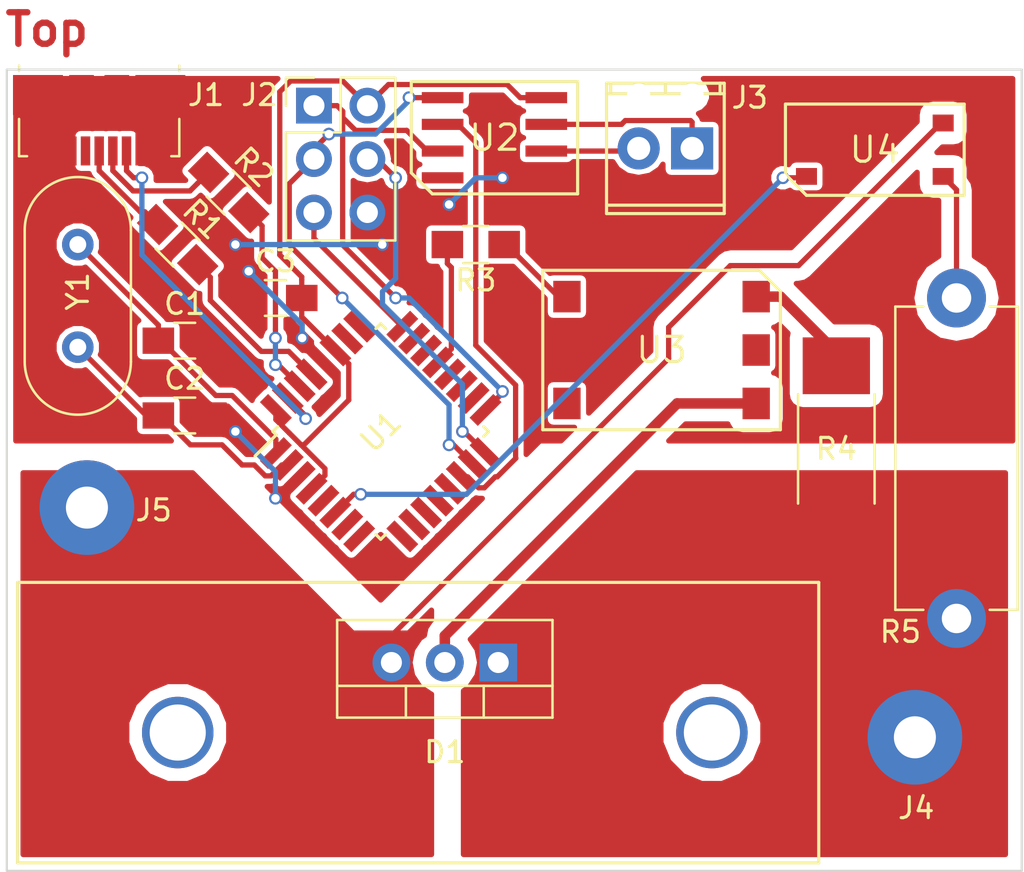
<source format=kicad_pcb>
(kicad_pcb (version 4) (host pcbnew 4.0.7)

  (general
    (links 49)
    (no_connects 0)
    (area 123.065557 77.990333 171.425559 116.190335)
    (thickness 1.6)
    (drawings 6)
    (tracks 200)
    (zones 0)
    (modules 19)
    (nets 43)
  )

  (page A4)
  (layers
    (0 F.Cu signal)
    (31 B.Cu signal)
    (32 B.Adhes user hide)
    (33 F.Adhes user hide)
    (34 B.Paste user hide)
    (35 F.Paste user hide)
    (36 B.SilkS user)
    (37 F.SilkS user)
    (38 B.Mask user)
    (39 F.Mask user)
    (40 Dwgs.User user hide)
    (41 Cmts.User user hide)
    (42 Eco1.User user hide)
    (43 Eco2.User user hide)
    (44 Edge.Cuts user)
    (45 Margin user hide)
    (46 B.CrtYd user hide)
    (47 F.CrtYd user hide)
    (48 B.Fab user hide)
    (49 F.Fab user hide)
  )

  (setup
    (last_trace_width 0.25)
    (trace_clearance 0.2)
    (zone_clearance 0.6)
    (zone_45_only no)
    (trace_min 0.1778)
    (segment_width 0.2)
    (edge_width 0.1)
    (via_size 0.6)
    (via_drill 0.4)
    (via_min_size 0.5588)
    (via_min_drill 0.3048)
    (uvia_size 0.3)
    (uvia_drill 0.1)
    (uvias_allowed no)
    (uvia_min_size 0.2)
    (uvia_min_drill 0.1)
    (pcb_text_width 0.3)
    (pcb_text_size 1.5 1.5)
    (mod_edge_width 0.15)
    (mod_text_size 1 1)
    (mod_text_width 0.15)
    (pad_size 1.5 1.5)
    (pad_drill 0.6)
    (pad_to_mask_clearance 0)
    (aux_axis_origin 123.19 116.205)
    (visible_elements 7FFFEFFF)
    (pcbplotparams
      (layerselection 0x010f0_80000001)
      (usegerberextensions false)
      (excludeedgelayer true)
      (linewidth 0.100000)
      (plotframeref false)
      (viasonmask false)
      (mode 1)
      (useauxorigin false)
      (hpglpennumber 1)
      (hpglpenspeed 20)
      (hpglpendiameter 15)
      (hpglpenoverlay 2)
      (psnegative false)
      (psa4output false)
      (plotreference true)
      (plotvalue true)
      (plotinvisibletext false)
      (padsonsilk false)
      (subtractmaskfromsilk false)
      (outputformat 1)
      (mirror false)
      (drillshape 0)
      (scaleselection 1)
      (outputdirectory ""))
  )

  (net 0 "")
  (net 1 "Net-(C1-Pad1)")
  (net 2 GND)
  (net 3 "Net-(C2-Pad1)")
  (net 4 /Load)
  (net 5 "Net-(D1-Pad2)")
  (net 6 /Neut)
  (net 7 "Net-(J1-Pad2)")
  (net 8 "Net-(J1-Pad3)")
  (net 9 "Net-(J1-Pad4)")
  (net 10 /MISO)
  (net 11 /SCK)
  (net 12 /MOSI)
  (net 13 /Reset)
  (net 14 "Net-(J3-Pad2)")
  (net 15 "Net-(J3-Pad1)")
  (net 16 "Net-(R1-Pad1)")
  (net 17 "Net-(R2-Pad1)")
  (net 18 "Net-(R3-Pad1)")
  (net 19 "Net-(R3-Pad2)")
  (net 20 "Net-(R4-Pad2)")
  (net 21 "Net-(R5-Pad2)")
  (net 22 "Net-(U1-Pad5)")
  (net 23 "Net-(U1-Pad6)")
  (net 24 "Net-(U1-Pad7)")
  (net 25 "Net-(U1-Pad8)")
  (net 26 "Net-(U1-Pad9)")
  (net 27 "Net-(U1-Pad10)")
  (net 28 "Net-(U1-Pad11)")
  (net 29 "Net-(U1-Pad12)")
  (net 30 "Net-(U1-Pad13)")
  (net 31 /SS)
  (net 32 "Net-(U1-Pad19)")
  (net 33 "Net-(U1-Pad20)")
  (net 34 "Net-(U1-Pad22)")
  (net 35 "Net-(U1-Pad23)")
  (net 36 "Net-(U1-Pad25)")
  (net 37 "Net-(U1-Pad26)")
  (net 38 "Net-(U3-Pad5)")
  (net 39 "Net-(U3-Pad3)")
  (net 40 +3V3)
  (net 41 "Net-(J1-Pad1)")
  (net 42 "Net-(U1-Pad18)")

  (net_class Default "This is the default net class."
    (clearance 0.2)
    (trace_width 0.25)
    (via_dia 0.6)
    (via_drill 0.4)
    (uvia_dia 0.3)
    (uvia_drill 0.1)
    (add_net +3V3)
    (add_net /MISO)
    (add_net /MOSI)
    (add_net /Reset)
    (add_net /SCK)
    (add_net /SS)
    (add_net GND)
    (add_net "Net-(C1-Pad1)")
    (add_net "Net-(C2-Pad1)")
    (add_net "Net-(J1-Pad1)")
    (add_net "Net-(J1-Pad2)")
    (add_net "Net-(J1-Pad3)")
    (add_net "Net-(J1-Pad4)")
    (add_net "Net-(J3-Pad1)")
    (add_net "Net-(J3-Pad2)")
    (add_net "Net-(R1-Pad1)")
    (add_net "Net-(R2-Pad1)")
    (add_net "Net-(R3-Pad1)")
    (add_net "Net-(R3-Pad2)")
    (add_net "Net-(U1-Pad10)")
    (add_net "Net-(U1-Pad11)")
    (add_net "Net-(U1-Pad12)")
    (add_net "Net-(U1-Pad13)")
    (add_net "Net-(U1-Pad18)")
    (add_net "Net-(U1-Pad19)")
    (add_net "Net-(U1-Pad20)")
    (add_net "Net-(U1-Pad22)")
    (add_net "Net-(U1-Pad23)")
    (add_net "Net-(U1-Pad25)")
    (add_net "Net-(U1-Pad26)")
    (add_net "Net-(U1-Pad5)")
    (add_net "Net-(U1-Pad6)")
    (add_net "Net-(U1-Pad7)")
    (add_net "Net-(U1-Pad8)")
    (add_net "Net-(U1-Pad9)")
    (add_net "Net-(U3-Pad3)")
    (add_net "Net-(U3-Pad5)")
  )

  (net_class "10A Mains" ""
    (clearance 0.6)
    (trace_width 3)
    (via_dia 0.6)
    (via_drill 0.4)
    (uvia_dia 0.3)
    (uvia_drill 0.1)
    (add_net /Load)
  )

  (net_class "10mA Mains" ""
    (clearance 0.6)
    (trace_width 0.25)
    (via_dia 0.6)
    (via_drill 0.4)
    (uvia_dia 0.3)
    (uvia_drill 0.1)
    (add_net /Neut)
    (add_net "Net-(R5-Pad2)")
  )

  (net_class "1A Mains" ""
    (clearance 0.6)
    (trace_width 0.5)
    (via_dia 0.6)
    (via_drill 0.4)
    (uvia_dia 0.3)
    (uvia_drill 0.1)
    (add_net "Net-(D1-Pad2)")
    (add_net "Net-(R4-Pad2)")
  )

  (net_class 3.3V ""
    (clearance 0.2)
    (trace_width 0.25)
    (via_dia 0.6)
    (via_drill 0.4)
    (uvia_dia 0.3)
    (uvia_drill 0.1)
  )

  (module Housings_QFP:TQFP-32_7x7mm_Pitch0.8mm (layer F.Cu) (tedit 5AA6BD18) (tstamp 5A8B55A7)
    (at 140.895558 95.25 45)
    (descr "32-Lead Plastic Thin Quad Flatpack (PT) - 7x7x1.0 mm Body, 2.00 mm [TQFP] (see Microchip Packaging Specification 00000049BS.pdf)")
    (tags "QFP 0.8")
    (path /5A753368)
    (attr smd)
    (fp_text reference U1 (at 0 0 45) (layer F.SilkS)
      (effects (font (size 1 1) (thickness 0.15)))
    )
    (fp_text value ATMEGA16U2 (at 0 6.05 45) (layer F.Fab)
      (effects (font (size 1 1) (thickness 0.15)))
    )
    (fp_text user %R (at 0 0 315) (layer F.Fab)
      (effects (font (size 1 1) (thickness 0.15)))
    )
    (fp_line (start -2.5 -3.5) (end 3.5 -3.5) (layer F.Fab) (width 0.15))
    (fp_line (start 3.5 -3.5) (end 3.5 3.5) (layer F.Fab) (width 0.15))
    (fp_line (start 3.5 3.5) (end -3.5 3.5) (layer F.Fab) (width 0.15))
    (fp_line (start -3.5 3.5) (end -3.5 -2.5) (layer F.Fab) (width 0.15))
    (fp_line (start -3.5 -2.5) (end -2.5 -3.5) (layer F.Fab) (width 0.15))
    (fp_line (start -5.3 -5.3) (end -5.3 5.3) (layer F.CrtYd) (width 0.05))
    (fp_line (start 5.3 -5.3) (end 5.3 5.3) (layer F.CrtYd) (width 0.05))
    (fp_line (start -5.3 -5.3) (end 5.3 -5.3) (layer F.CrtYd) (width 0.05))
    (fp_line (start -5.3 5.3) (end 5.3 5.3) (layer F.CrtYd) (width 0.05))
    (fp_line (start -3.625 -3.625) (end -3.625 -3.4) (layer F.SilkS) (width 0.15))
    (fp_line (start 3.625 -3.625) (end 3.625 -3.3) (layer F.SilkS) (width 0.15))
    (fp_line (start 3.625 3.625) (end 3.625 3.3) (layer F.SilkS) (width 0.15))
    (fp_line (start -3.625 3.625) (end -3.625 3.3) (layer F.SilkS) (width 0.15))
    (fp_line (start -3.625 -3.625) (end -3.3 -3.625) (layer F.SilkS) (width 0.15))
    (fp_line (start -3.625 3.625) (end -3.3 3.625) (layer F.SilkS) (width 0.15))
    (fp_line (start 3.625 3.625) (end 3.3 3.625) (layer F.SilkS) (width 0.15))
    (fp_line (start 3.625 -3.625) (end 3.3 -3.625) (layer F.SilkS) (width 0.15))
    (fp_line (start -3.625 -3.4) (end -5.05 -3.4) (layer F.SilkS) (width 0.15))
    (pad 1 smd rect (at -4.25 -2.8 45) (size 1.6 0.55) (layers F.Cu F.Paste F.Mask)
      (net 1 "Net-(C1-Pad1)"))
    (pad 2 smd rect (at -4.25 -2 45) (size 1.6 0.55) (layers F.Cu F.Paste F.Mask)
      (net 3 "Net-(C2-Pad1)"))
    (pad 3 smd rect (at -4.25 -1.2 45) (size 1.6 0.55) (layers F.Cu F.Paste F.Mask)
      (net 2 GND))
    (pad 4 smd rect (at -4.25 -0.4 45) (size 1.6 0.55) (layers F.Cu F.Paste F.Mask)
      (net 40 +3V3))
    (pad 5 smd rect (at -4.25 0.4 45) (size 1.6 0.55) (layers F.Cu F.Paste F.Mask)
      (net 22 "Net-(U1-Pad5)"))
    (pad 6 smd rect (at -4.25 1.2 45) (size 1.6 0.55) (layers F.Cu F.Paste F.Mask)
      (net 23 "Net-(U1-Pad6)"))
    (pad 7 smd rect (at -4.25 2 45) (size 1.6 0.55) (layers F.Cu F.Paste F.Mask)
      (net 24 "Net-(U1-Pad7)"))
    (pad 8 smd rect (at -4.25 2.8 45) (size 1.6 0.55) (layers F.Cu F.Paste F.Mask)
      (net 25 "Net-(U1-Pad8)"))
    (pad 9 smd rect (at -2.8 4.25 135) (size 1.6 0.55) (layers F.Cu F.Paste F.Mask)
      (net 26 "Net-(U1-Pad9)"))
    (pad 10 smd rect (at -2 4.25 135) (size 1.6 0.55) (layers F.Cu F.Paste F.Mask)
      (net 27 "Net-(U1-Pad10)"))
    (pad 11 smd rect (at -1.2 4.25 135) (size 1.6 0.55) (layers F.Cu F.Paste F.Mask)
      (net 28 "Net-(U1-Pad11)"))
    (pad 12 smd rect (at -0.4 4.25 135) (size 1.6 0.55) (layers F.Cu F.Paste F.Mask)
      (net 29 "Net-(U1-Pad12)"))
    (pad 13 smd rect (at 0.4 4.25 135) (size 1.6 0.55) (layers F.Cu F.Paste F.Mask)
      (net 30 "Net-(U1-Pad13)"))
    (pad 14 smd rect (at 1.2 4.25 135) (size 1.6 0.55) (layers F.Cu F.Paste F.Mask)
      (net 31 /SS))
    (pad 15 smd rect (at 2 4.25 135) (size 1.6 0.55) (layers F.Cu F.Paste F.Mask)
      (net 11 /SCK))
    (pad 16 smd rect (at 2.8 4.25 135) (size 1.6 0.55) (layers F.Cu F.Paste F.Mask)
      (net 12 /MOSI))
    (pad 17 smd rect (at 4.25 2.8 45) (size 1.6 0.55) (layers F.Cu F.Paste F.Mask)
      (net 10 /MISO))
    (pad 18 smd rect (at 4.25 2 45) (size 1.6 0.55) (layers F.Cu F.Paste F.Mask)
      (net 42 "Net-(U1-Pad18)"))
    (pad 19 smd rect (at 4.25 1.2 45) (size 1.6 0.55) (layers F.Cu F.Paste F.Mask)
      (net 32 "Net-(U1-Pad19)"))
    (pad 20 smd rect (at 4.25 0.4 45) (size 1.6 0.55) (layers F.Cu F.Paste F.Mask)
      (net 33 "Net-(U1-Pad20)"))
    (pad 21 smd rect (at 4.25 -0.4 45) (size 1.6 0.55) (layers F.Cu F.Paste F.Mask)
      (net 19 "Net-(R3-Pad2)"))
    (pad 22 smd rect (at 4.25 -1.2 45) (size 1.6 0.55) (layers F.Cu F.Paste F.Mask)
      (net 34 "Net-(U1-Pad22)"))
    (pad 23 smd rect (at 4.25 -2 45) (size 1.6 0.55) (layers F.Cu F.Paste F.Mask)
      (net 35 "Net-(U1-Pad23)"))
    (pad 24 smd rect (at 4.25 -2.8 45) (size 1.6 0.55) (layers F.Cu F.Paste F.Mask)
      (net 13 /Reset))
    (pad 25 smd rect (at 2.8 -4.25 135) (size 1.6 0.55) (layers F.Cu F.Paste F.Mask)
      (net 36 "Net-(U1-Pad25)"))
    (pad 26 smd rect (at 2 -4.25 135) (size 1.6 0.55) (layers F.Cu F.Paste F.Mask)
      (net 37 "Net-(U1-Pad26)"))
    (pad 27 smd rect (at 1.2 -4.25 135) (size 1.6 0.55) (layers F.Cu F.Paste F.Mask)
      (net 40 +3V3))
    (pad 28 smd rect (at 0.4 -4.25 135) (size 1.6 0.55) (layers F.Cu F.Paste F.Mask)
      (net 2 GND))
    (pad 29 smd rect (at -0.4 -4.25 135) (size 1.6 0.55) (layers F.Cu F.Paste F.Mask)
      (net 16 "Net-(R1-Pad1)"))
    (pad 30 smd rect (at -1.2 -4.25 135) (size 1.6 0.55) (layers F.Cu F.Paste F.Mask)
      (net 17 "Net-(R2-Pad1)"))
    (pad 31 smd rect (at -2 -4.25 135) (size 1.6 0.55) (layers F.Cu F.Paste F.Mask)
      (net 41 "Net-(J1-Pad1)"))
    (pad 32 smd rect (at -2.8 -4.25 135) (size 1.6 0.55) (layers F.Cu F.Paste F.Mask)
      (net 40 +3V3))
    (model ${KISYS3DMOD}/Housings_QFP.3dshapes/TQFP-32_7x7mm_Pitch0.8mm.wrl
      (at (xyz 0 0 0))
      (scale (xyz 1 1 1))
      (rotate (xyz 0 0 0))
    )
  )

  (module oven-controller:TO-220-3_Vertical_Heatsink (layer F.Cu) (tedit 5A8CA865) (tstamp 5A8B692B)
    (at 143.943558 109.409334 180)
    (descr "TO-220-3, Vertical, RM 2.54mm")
    (tags "TO-220-3 Vertical RM 2.54mm")
    (path /5A8B4CC0)
    (fp_text reference D1 (at 0 -1.080666 180) (layer F.SilkS)
      (effects (font (size 1 1) (thickness 0.15)))
    )
    (fp_text value Q6025LH5TP (at 0 4.555 180) (layer F.Fab)
      (effects (font (size 1 1) (thickness 0.15)))
    )
    (fp_line (start 20.32 6.985) (end 20.32 -6.35) (layer F.SilkS) (width 0.15))
    (fp_line (start -17.78 6.985) (end 20.32 6.985) (layer F.SilkS) (width 0.15))
    (fp_line (start -17.78 -6.35) (end -17.78 6.985) (layer F.SilkS) (width 0.15))
    (fp_line (start 20.32 -6.35) (end -17.78 -6.35) (layer F.SilkS) (width 0.15))
    (fp_text user %R (at 0 -2.985 180) (layer F.Fab)
      (effects (font (size 1 1) (thickness 0.15)))
    )
    (fp_line (start -5 0.675) (end -5 5.075) (layer F.Fab) (width 0.1))
    (fp_line (start -5 5.075) (end 5 5.075) (layer F.Fab) (width 0.1))
    (fp_line (start 5 5.075) (end 5 0.675) (layer F.Fab) (width 0.1))
    (fp_line (start 5 0.675) (end -5 0.675) (layer F.Fab) (width 0.1))
    (fp_line (start -5 1.945) (end 5 1.945) (layer F.Fab) (width 0.1))
    (fp_line (start -1.85 0.675) (end -1.85 1.945) (layer F.Fab) (width 0.1))
    (fp_line (start 1.85 0.675) (end 1.85 1.945) (layer F.Fab) (width 0.1))
    (fp_line (start -5.12 0.555) (end 5.12 0.555) (layer F.SilkS) (width 0.12))
    (fp_line (start -5.12 5.196) (end 5.12 5.196) (layer F.SilkS) (width 0.12))
    (fp_line (start -5.12 0.555) (end -5.12 5.196) (layer F.SilkS) (width 0.12))
    (fp_line (start 5.12 0.555) (end 5.12 5.196) (layer F.SilkS) (width 0.12))
    (fp_line (start -5.12 2.065) (end 5.12 2.065) (layer F.SilkS) (width 0.12))
    (fp_line (start -1.85 0.555) (end -1.85 2.065) (layer F.SilkS) (width 0.12))
    (fp_line (start 1.851 0.555) (end 1.851 2.065) (layer F.SilkS) (width 0.12))
    (fp_line (start -5.25 0.425) (end -5.25 5.335) (layer F.CrtYd) (width 0.05))
    (fp_line (start -5.25 5.335) (end 5.25 5.335) (layer F.CrtYd) (width 0.05))
    (fp_line (start 5.25 5.335) (end 5.25 0.425) (layer F.CrtYd) (width 0.05))
    (fp_line (start 5.25 0.425) (end -5.25 0.425) (layer F.CrtYd) (width 0.05))
    (pad 1 thru_hole rect (at -2.54 3.175 180) (size 1.8 1.8) (drill 1) (layers *.Cu *.Mask)
      (net 4 /Load))
    (pad 2 thru_hole oval (at 0 3.175 180) (size 1.8 1.8) (drill 1) (layers *.Cu *.Mask)
      (net 5 "Net-(D1-Pad2)"))
    (pad 3 thru_hole oval (at 2.54 3.175 180) (size 1.8 1.8) (drill 1) (layers *.Cu *.Mask)
      (net 6 /Neut))
    (pad 4 thru_hole circle (at 12.7 -0.155 180) (size 3.4 3.4) (drill 2.67) (layers *.Cu *.Mask))
    (pad 5 thru_hole circle (at -12.7 -0.155 180) (size 3.4 3.4) (drill 2.67) (layers *.Cu *.Mask))
    (model ${KISYS3DMOD}/TO_SOT_Packages_THT.3dshapes/TO-220-3_Vertical.wrl
      (at (xyz 0.1 0 0))
      (scale (xyz 0.393701 0.393701 0.393701))
      (rotate (xyz 0 0 0))
    )
  )

  (module Connectors_USB:USB_Micro-B_Molex_47346-0001 (layer F.Cu) (tedit 594C50D0) (tstamp 5A8B5549)
    (at 127.508 79.248 180)
    (descr "Micro USB B receptable with flange, bottom-mount, SMD, right-angle (http://www.molex.com/pdm_docs/sd/473460001_sd.pdf)")
    (tags "Micro B USB SMD")
    (path /5A75364E)
    (attr smd)
    (fp_text reference J1 (at -5.08 0 360) (layer F.SilkS)
      (effects (font (size 1 1) (thickness 0.15)))
    )
    (fp_text value USB (at 0 3.4 360) (layer F.Fab)
      (effects (font (size 1 1) (thickness 0.15)))
    )
    (fp_text user "PCB Edge" (at 0 1.47 360) (layer Dwgs.User)
      (effects (font (size 0.4 0.4) (thickness 0.04)))
    )
    (fp_text user %R (at 0 0 180) (layer F.Fab)
      (effects (font (size 1 1) (thickness 0.15)))
    )
    (fp_line (start 3.81 -2.91) (end 3.43 -2.91) (layer F.SilkS) (width 0.12))
    (fp_line (start 4.6 2.7) (end -4.6 2.7) (layer F.CrtYd) (width 0.05))
    (fp_line (start 4.6 -3.9) (end 4.6 2.7) (layer F.CrtYd) (width 0.05))
    (fp_line (start -4.6 -3.9) (end 4.6 -3.9) (layer F.CrtYd) (width 0.05))
    (fp_line (start -4.6 2.7) (end -4.6 -3.9) (layer F.CrtYd) (width 0.05))
    (fp_line (start 3.75 2.15) (end -3.75 2.15) (layer F.Fab) (width 0.1))
    (fp_line (start 3.75 -2.85) (end 3.75 2.15) (layer F.Fab) (width 0.1))
    (fp_line (start -3.75 -2.85) (end 3.75 -2.85) (layer F.Fab) (width 0.1))
    (fp_line (start -3.75 2.15) (end -3.75 -2.85) (layer F.Fab) (width 0.1))
    (fp_line (start 3.81 1.14) (end 3.81 1.4) (layer F.SilkS) (width 0.12))
    (fp_line (start 3.81 -2.91) (end 3.81 -1.14) (layer F.SilkS) (width 0.12))
    (fp_line (start -3.81 -2.91) (end -3.43 -2.91) (layer F.SilkS) (width 0.12))
    (fp_line (start -3.81 -1.14) (end -3.81 -2.91) (layer F.SilkS) (width 0.12))
    (fp_line (start -3.81 1.4) (end -3.81 1.14) (layer F.SilkS) (width 0.12))
    (fp_line (start -3.25 1.45) (end 3.25 1.45) (layer F.Fab) (width 0.1))
    (pad 1 smd rect (at -1.3 -2.66 180) (size 0.45 1.38) (layers F.Cu F.Paste F.Mask)
      (net 41 "Net-(J1-Pad1)"))
    (pad 2 smd rect (at -0.65 -2.66 180) (size 0.45 1.38) (layers F.Cu F.Paste F.Mask)
      (net 7 "Net-(J1-Pad2)"))
    (pad 3 smd rect (at 0 -2.66 180) (size 0.45 1.38) (layers F.Cu F.Paste F.Mask)
      (net 8 "Net-(J1-Pad3)"))
    (pad 4 smd rect (at 0.65 -2.66 180) (size 0.45 1.38) (layers F.Cu F.Paste F.Mask)
      (net 9 "Net-(J1-Pad4)"))
    (pad 5 smd rect (at 1.3 -2.66 180) (size 0.45 1.38) (layers F.Cu F.Paste F.Mask)
      (net 2 GND))
    (pad 6 smd rect (at -2.4625 -2.3 180) (size 1.475 2.1) (layers F.Cu F.Paste F.Mask)
      (net 2 GND))
    (pad 6 smd rect (at 2.4625 -2.3 180) (size 1.475 2.1) (layers F.Cu F.Paste F.Mask)
      (net 2 GND))
    (pad 6 smd rect (at -2.91 0 180) (size 2.375 1.9) (layers F.Cu F.Paste F.Mask)
      (net 2 GND))
    (pad 6 smd rect (at 2.91 0 180) (size 2.375 1.9) (layers F.Cu F.Paste F.Mask)
      (net 2 GND))
    (pad 6 smd rect (at -0.84 0 180) (size 1.175 1.9) (layers F.Cu F.Paste F.Mask)
      (net 2 GND))
    (pad 6 smd rect (at 0.84 0 180) (size 1.175 1.9) (layers F.Cu F.Paste F.Mask)
      (net 2 GND))
    (model ${KISYS3DMOD}/Connectors_USB.3dshapes/USB_Micro-B_Molex_47346-0001.wrl
      (at (xyz 0 0 0))
      (scale (xyz 1 1 1))
      (rotate (xyz 0 0 0))
    )
  )

  (module Wire_Pads:SolderWirePad_single_2mmDrill (layer F.Cu) (tedit 0) (tstamp 5A8B5560)
    (at 166.295558 109.790334)
    (path /5A8B4CED)
    (fp_text reference J4 (at 0.0635 3.3655) (layer F.SilkS)
      (effects (font (size 1 1) (thickness 0.15)))
    )
    (fp_text value "Load In" (at -0.635 3.81) (layer F.Fab)
      (effects (font (size 1 1) (thickness 0.15)))
    )
    (pad 1 thru_hole circle (at 0 0) (size 4.50088 4.50088) (drill 1.99898) (layers *.Cu *.Mask)
      (net 4 /Load))
  )

  (module Wire_Pads:SolderWirePad_single_2mmDrill (layer F.Cu) (tedit 0) (tstamp 5A8B5565)
    (at 126.925558 98.868334)
    (path /5A8B4CE6)
    (fp_text reference J5 (at 3.175 0.127) (layer F.SilkS)
      (effects (font (size 1 1) (thickness 0.15)))
    )
    (fp_text value "Neut In" (at -0.635 3.81) (layer F.Fab)
      (effects (font (size 1 1) (thickness 0.15)))
    )
    (pad 1 thru_hole circle (at 0 0) (size 4.50088 4.50088) (drill 1.99898) (layers *.Cu *.Mask)
      (net 6 /Neut))
  )

  (module Resistors_SMD:R_2512_HandSoldering (layer F.Cu) (tedit 5AA6B090) (tstamp 5A8B557D)
    (at 162.56 96.074334 90)
    (descr "Resistor SMD 2512, hand soldering")
    (tags "resistor 2512")
    (path /5A8B4CCC)
    (attr smd)
    (fp_text reference R4 (at 0 0 180) (layer F.SilkS)
      (effects (font (size 1 1) (thickness 0.15)))
    )
    (fp_text value 220 (at 0 2.75 90) (layer F.Fab)
      (effects (font (size 1 1) (thickness 0.15)))
    )
    (fp_text user %R (at 0 0 90) (layer F.Fab)
      (effects (font (size 1 1) (thickness 0.15)))
    )
    (fp_line (start -3.15 1.6) (end -3.15 -1.6) (layer F.Fab) (width 0.1))
    (fp_line (start 3.15 1.6) (end -3.15 1.6) (layer F.Fab) (width 0.1))
    (fp_line (start 3.15 -1.6) (end 3.15 1.6) (layer F.Fab) (width 0.1))
    (fp_line (start -3.15 -1.6) (end 3.15 -1.6) (layer F.Fab) (width 0.1))
    (fp_line (start 2.6 1.82) (end -2.6 1.82) (layer F.SilkS) (width 0.12))
    (fp_line (start -2.6 -1.82) (end 2.6 -1.82) (layer F.SilkS) (width 0.12))
    (fp_line (start -5.56 -1.85) (end 5.55 -1.85) (layer F.CrtYd) (width 0.05))
    (fp_line (start -5.56 -1.85) (end -5.56 1.85) (layer F.CrtYd) (width 0.05))
    (fp_line (start 5.55 1.85) (end 5.55 -1.85) (layer F.CrtYd) (width 0.05))
    (fp_line (start 5.55 1.85) (end -5.56 1.85) (layer F.CrtYd) (width 0.05))
    (pad 1 smd rect (at -3.95 0 90) (size 2.7 3.2) (layers F.Cu F.Paste F.Mask)
      (net 4 /Load))
    (pad 2 smd rect (at 3.95 0 90) (size 2.7 3.2) (layers F.Cu F.Paste F.Mask)
      (net 20 "Net-(R4-Pad2)"))
    (model ${KISYS3DMOD}/Resistors_SMD.3dshapes/R_2512.wrl
      (at (xyz 0 0 0))
      (scale (xyz 1 1 1))
      (rotate (xyz 0 0 0))
    )
  )

  (module Resistors_THT:R_Axial_DIN0614_L14.3mm_D5.7mm_P15.24mm_Horizontal (layer F.Cu) (tedit 5874F706) (tstamp 5A8B5583)
    (at 168.275 104.14 90)
    (descr "Resistor, Axial_DIN0614 series, Axial, Horizontal, pin pitch=15.24mm, 1.5W, length*diameter=14.3*5.7mm^2")
    (tags "Resistor Axial_DIN0614 series Axial Horizontal pin pitch 15.24mm 1.5W length 14.3mm diameter 5.7mm")
    (path /5A8B4CAA)
    (fp_text reference R5 (at -0.635 -2.667 180) (layer F.SilkS)
      (effects (font (size 1 1) (thickness 0.15)))
    )
    (fp_text value 10k (at 7.62 3.91 90) (layer F.Fab)
      (effects (font (size 1 1) (thickness 0.15)))
    )
    (fp_line (start 0.47 -2.85) (end 0.47 2.85) (layer F.Fab) (width 0.1))
    (fp_line (start 0.47 2.85) (end 14.77 2.85) (layer F.Fab) (width 0.1))
    (fp_line (start 14.77 2.85) (end 14.77 -2.85) (layer F.Fab) (width 0.1))
    (fp_line (start 14.77 -2.85) (end 0.47 -2.85) (layer F.Fab) (width 0.1))
    (fp_line (start 0 0) (end 0.47 0) (layer F.Fab) (width 0.1))
    (fp_line (start 15.24 0) (end 14.77 0) (layer F.Fab) (width 0.1))
    (fp_line (start 0.41 -1.58) (end 0.41 -2.91) (layer F.SilkS) (width 0.12))
    (fp_line (start 0.41 -2.91) (end 14.83 -2.91) (layer F.SilkS) (width 0.12))
    (fp_line (start 14.83 -2.91) (end 14.83 -1.58) (layer F.SilkS) (width 0.12))
    (fp_line (start 0.41 1.58) (end 0.41 2.91) (layer F.SilkS) (width 0.12))
    (fp_line (start 0.41 2.91) (end 14.83 2.91) (layer F.SilkS) (width 0.12))
    (fp_line (start 14.83 2.91) (end 14.83 1.58) (layer F.SilkS) (width 0.12))
    (fp_line (start -1.65 -3.2) (end -1.65 3.2) (layer F.CrtYd) (width 0.05))
    (fp_line (start -1.65 3.2) (end 16.9 3.2) (layer F.CrtYd) (width 0.05))
    (fp_line (start 16.9 3.2) (end 16.9 -3.2) (layer F.CrtYd) (width 0.05))
    (fp_line (start 16.9 -3.2) (end -1.65 -3.2) (layer F.CrtYd) (width 0.05))
    (pad 1 thru_hole circle (at 0 0 90) (size 2.8 2.8) (drill 1.4) (layers *.Cu *.Mask)
      (net 4 /Load))
    (pad 2 thru_hole oval (at 15.24 0 90) (size 2.8 2.8) (drill 1.4) (layers *.Cu *.Mask)
      (net 21 "Net-(R5-Pad2)"))
    (model ${KISYS3DMOD}/Resistors_THT.3dshapes/R_Axial_DIN0614_L14.3mm_D5.7mm_P15.24mm_Horizontal.wrl
      (at (xyz 0 0 0))
      (scale (xyz 0.393701 0.393701 0.393701))
      (rotate (xyz 0 0 0))
    )
  )

  (module oven-controller:MAX-90-0096 (layer F.Cu) (tedit 5AA6BE92) (tstamp 5A8B55B3)
    (at 146.304 81.28 90)
    (path /5A769A68)
    (fp_text reference U2 (at 0 0 180) (layer F.SilkS)
      (effects (font (size 1.2 1.2) (thickness 0.15)))
    )
    (fp_text value MAX31855KASA (at 3.81 0 180) (layer F.Fab)
      (effects (font (size 1.2 1.2) (thickness 0.15)))
    )
    (fp_line (start -1.67 -3.955) (end -2.67 -2.955) (layer F.SilkS) (width 0.15))
    (fp_line (start -2.67 -2.955) (end -2.67 3.955) (layer F.SilkS) (width 0.15))
    (fp_line (start -2.67 3.955) (end 2.67 3.955) (layer F.SilkS) (width 0.15))
    (fp_line (start 2.67 3.955) (end 2.67 -3.955) (layer F.SilkS) (width 0.15))
    (fp_line (start 2.67 -3.955) (end -1.67 -3.955) (layer F.SilkS) (width 0.15))
    (pad 8 smd rect (at -1.905 -2.465 90) (size 0.53 1.98) (layers F.Cu F.Paste F.Mask))
    (pad 1 smd rect (at -1.905 2.465 90) (size 0.53 1.98) (layers F.Cu F.Paste F.Mask)
      (net 2 GND))
    (pad 7 smd rect (at -0.635 -2.465 90) (size 0.53 1.98) (layers F.Cu F.Paste F.Mask)
      (net 10 /MISO))
    (pad 2 smd rect (at -0.635 2.465 90) (size 0.53 1.98) (layers F.Cu F.Paste F.Mask)
      (net 14 "Net-(J3-Pad2)"))
    (pad 6 smd rect (at 0.635 -2.465 90) (size 0.53 1.98) (layers F.Cu F.Paste F.Mask)
      (net 31 /SS))
    (pad 3 smd rect (at 0.635 2.465 90) (size 0.53 1.98) (layers F.Cu F.Paste F.Mask)
      (net 15 "Net-(J3-Pad1)"))
    (pad 5 smd rect (at 1.905 -2.465 90) (size 0.53 1.98) (layers F.Cu F.Paste F.Mask)
      (net 11 /SCK))
    (pad 4 smd rect (at 1.905 2.465 90) (size 0.53 1.98) (layers F.Cu F.Paste F.Mask)
      (net 40 +3V3))
  )

  (module oven-controller:LTV-354T (layer F.Cu) (tedit 5AA6BE5C) (tstamp 5A8B55C5)
    (at 164.390558 81.850334 90)
    (path /5A8B4C9C)
    (fp_text reference U4 (at 0 0 180) (layer F.SilkS)
      (effects (font (size 1.2 1.2) (thickness 0.15)))
    )
    (fp_text value LTV-354T (at 3.81 0 180) (layer F.Fab)
      (effects (font (size 1.2 1.2) (thickness 0.15)))
    )
    (fp_line (start -1.17 -4.25) (end -2.17 -3.25) (layer F.SilkS) (width 0.15))
    (fp_line (start -2.17 -3.25) (end -2.17 4.25) (layer F.SilkS) (width 0.15))
    (fp_line (start -2.17 4.25) (end 2.17 4.25) (layer F.SilkS) (width 0.15))
    (fp_line (start 2.17 4.25) (end 2.17 -4.25) (layer F.SilkS) (width 0.15))
    (fp_line (start 2.17 -4.25) (end -1.17 -4.25) (layer F.SilkS) (width 0.15))
    (pad 4 smd rect (at -1.27 -3.25 90) (size 0.8 1) (layers F.Cu F.Paste F.Mask)
      (net 23 "Net-(U1-Pad6)"))
    (pad 1 smd rect (at -1.27 3.25 90) (size 0.8 1) (layers F.Cu F.Paste F.Mask)
      (net 21 "Net-(R5-Pad2)"))
    (pad 3 smd rect (at 1.27 -3.25 90) (size 0.8 1) (layers F.Cu F.Paste F.Mask)
      (net 2 GND))
    (pad 2 smd rect (at 1.27 3.25 90) (size 0.8 1) (layers F.Cu F.Paste F.Mask)
      (net 6 /Neut))
  )

  (module Pin_Headers:Pin_Header_Straight_2x03_Pitch2.54mm (layer F.Cu) (tedit 59650532) (tstamp 5AA64451)
    (at 137.720558 79.756)
    (descr "Through hole straight pin header, 2x03, 2.54mm pitch, double rows")
    (tags "Through hole pin header THT 2x03 2.54mm double row")
    (path /5A75DF19)
    (fp_text reference J2 (at -2.592558 -0.508) (layer F.SilkS)
      (effects (font (size 1 1) (thickness 0.15)))
    )
    (fp_text value ISP (at 1.27 7.41) (layer F.Fab)
      (effects (font (size 1 1) (thickness 0.15)))
    )
    (fp_line (start 0 -1.27) (end 3.81 -1.27) (layer F.Fab) (width 0.1))
    (fp_line (start 3.81 -1.27) (end 3.81 6.35) (layer F.Fab) (width 0.1))
    (fp_line (start 3.81 6.35) (end -1.27 6.35) (layer F.Fab) (width 0.1))
    (fp_line (start -1.27 6.35) (end -1.27 0) (layer F.Fab) (width 0.1))
    (fp_line (start -1.27 0) (end 0 -1.27) (layer F.Fab) (width 0.1))
    (fp_line (start -1.33 6.41) (end 3.87 6.41) (layer F.SilkS) (width 0.12))
    (fp_line (start -1.33 1.27) (end -1.33 6.41) (layer F.SilkS) (width 0.12))
    (fp_line (start 3.87 -1.33) (end 3.87 6.41) (layer F.SilkS) (width 0.12))
    (fp_line (start -1.33 1.27) (end 1.27 1.27) (layer F.SilkS) (width 0.12))
    (fp_line (start 1.27 1.27) (end 1.27 -1.33) (layer F.SilkS) (width 0.12))
    (fp_line (start 1.27 -1.33) (end 3.87 -1.33) (layer F.SilkS) (width 0.12))
    (fp_line (start -1.33 0) (end -1.33 -1.33) (layer F.SilkS) (width 0.12))
    (fp_line (start -1.33 -1.33) (end 0 -1.33) (layer F.SilkS) (width 0.12))
    (fp_line (start -1.8 -1.8) (end -1.8 6.85) (layer F.CrtYd) (width 0.05))
    (fp_line (start -1.8 6.85) (end 4.35 6.85) (layer F.CrtYd) (width 0.05))
    (fp_line (start 4.35 6.85) (end 4.35 -1.8) (layer F.CrtYd) (width 0.05))
    (fp_line (start 4.35 -1.8) (end -1.8 -1.8) (layer F.CrtYd) (width 0.05))
    (fp_text user %R (at 1.27 2.54 90) (layer F.Fab)
      (effects (font (size 1 1) (thickness 0.15)))
    )
    (pad 1 thru_hole rect (at 0 0) (size 1.7 1.7) (drill 1) (layers *.Cu *.Mask)
      (net 10 /MISO))
    (pad 2 thru_hole oval (at 2.54 0) (size 1.7 1.7) (drill 1) (layers *.Cu *.Mask)
      (net 40 +3V3))
    (pad 3 thru_hole oval (at 0 2.54) (size 1.7 1.7) (drill 1) (layers *.Cu *.Mask)
      (net 11 /SCK))
    (pad 4 thru_hole oval (at 2.54 2.54) (size 1.7 1.7) (drill 1) (layers *.Cu *.Mask)
      (net 12 /MOSI))
    (pad 5 thru_hole oval (at 0 5.08) (size 1.7 1.7) (drill 1) (layers *.Cu *.Mask)
      (net 13 /Reset))
    (pad 6 thru_hole oval (at 2.54 5.08) (size 1.7 1.7) (drill 1) (layers *.Cu *.Mask)
      (net 2 GND))
    (model ${KISYS3DMOD}/Pin_Headers.3dshapes/Pin_Header_Straight_2x03_Pitch2.54mm.wrl
      (at (xyz 0 0 0))
      (scale (xyz 1 1 1))
      (rotate (xyz 0 0 0))
    )
  )

  (module TerminalBlocks_Phoenix:TerminalBlock_Phoenix_MPT-2.54mm_2pol (layer F.Cu) (tedit 59FF0755) (tstamp 5AA6446C)
    (at 155.702 81.788 180)
    (descr "2-way 2.54mm pitch terminal block, Phoenix MPT series")
    (path /5A76C42B)
    (fp_text reference J3 (at -2.741442 2.413 180) (layer F.SilkS)
      (effects (font (size 1 1) (thickness 0.15)))
    )
    (fp_text value Thermocouple (at 1.27 4.50088 180) (layer F.Fab)
      (effects (font (size 1 1) (thickness 0.15)))
    )
    (fp_text user %R (at 1.27 1.045 180) (layer F.Fab)
      (effects (font (size 1 1) (thickness 0.15)))
    )
    (fp_line (start -1.7 -3.3) (end 4.3 -3.3) (layer F.CrtYd) (width 0.05))
    (fp_line (start -1.7 3.3) (end -1.7 -3.3) (layer F.CrtYd) (width 0.05))
    (fp_line (start 4.3 3.3) (end -1.7 3.3) (layer F.CrtYd) (width 0.05))
    (fp_line (start 4.3 -3.3) (end 4.3 3.3) (layer F.CrtYd) (width 0.05))
    (fp_line (start 4.06908 2.60096) (end -1.52908 2.60096) (layer F.SilkS) (width 0.15))
    (fp_line (start -1.33096 3.0988) (end -1.33096 2.60096) (layer F.SilkS) (width 0.15))
    (fp_line (start 3.87096 2.60096) (end 3.87096 3.0988) (layer F.SilkS) (width 0.15))
    (fp_line (start 1.27 3.0988) (end 1.27 2.60096) (layer F.SilkS) (width 0.15))
    (fp_line (start -1.52908 -2.70002) (end 4.06908 -2.70002) (layer F.SilkS) (width 0.15))
    (fp_line (start -1.52908 3.0988) (end 4.06908 3.0988) (layer F.SilkS) (width 0.15))
    (fp_line (start 4.06908 3.0988) (end 4.06908 -3.0988) (layer F.SilkS) (width 0.15))
    (fp_line (start 4.06908 -3.0988) (end -1.52908 -3.0988) (layer F.SilkS) (width 0.15))
    (fp_line (start -1.52908 -3.0988) (end -1.52908 3.0988) (layer F.SilkS) (width 0.15))
    (pad 2 thru_hole oval (at 2.54 0 180) (size 1.99898 1.99898) (drill 1.09728) (layers *.Cu *.Mask)
      (net 14 "Net-(J3-Pad2)"))
    (pad 1 thru_hole rect (at 0 0 180) (size 1.99898 1.99898) (drill 1.09728) (layers *.Cu *.Mask)
      (net 15 "Net-(J3-Pad1)"))
    (pad "" np_thru_hole circle (at 0 2.54 180) (size 1.1 1.1) (drill 1.1) (layers *.Cu *.Mask))
    (pad "" np_thru_hole circle (at 2.54 2.54 180) (size 1.1 1.1) (drill 1.1) (layers *.Cu *.Mask))
    (model ${KISYS3DMOD}/TerminalBlock_Phoenix.3dshapes/TerminalBlock_Phoenix_MPT-2.54mm_2pol.wrl
      (at (xyz 0.05 0 0))
      (scale (xyz 1 1 1))
      (rotate (xyz 0 0 0))
    )
  )

  (module oven-controller:MOC302X (layer F.Cu) (tedit 5AA6BE63) (tstamp 5A8B55BD)
    (at 154.25 91.375334 270)
    (path /5A8B4CA3)
    (fp_text reference U3 (at 0 0 360) (layer F.SilkS)
      (effects (font (size 1.2 1.2) (thickness 0.15)))
    )
    (fp_text value MOC3022S (at 0 0 270) (layer F.Fab)
      (effects (font (size 1.2 1.2) (thickness 0.15)))
    )
    (fp_line (start -2.79 -5.65) (end -3.79 -4.65) (layer F.SilkS) (width 0.15))
    (fp_line (start -3.79 -4.65) (end -3.79 5.65) (layer F.SilkS) (width 0.15))
    (fp_line (start -3.79 5.65) (end 3.79 5.65) (layer F.SilkS) (width 0.15))
    (fp_line (start 3.79 5.65) (end 3.79 -5.65) (layer F.SilkS) (width 0.15))
    (fp_line (start 3.79 -5.65) (end -2.79 -5.65) (layer F.SilkS) (width 0.15))
    (pad 6 smd rect (at -2.54 -4.5 270) (size 1.5 1.3) (layers F.Cu F.Paste F.Mask)
      (net 20 "Net-(R4-Pad2)"))
    (pad 1 smd rect (at -2.54 4.5 270) (size 1.5 1.3) (layers F.Cu F.Paste F.Mask)
      (net 18 "Net-(R3-Pad1)"))
    (pad 5 smd rect (at 0 -4.5 270) (size 1.5 1.3) (layers F.Cu F.Paste F.Mask)
      (net 38 "Net-(U3-Pad5)"))
    (pad 2 smd rect (at 0 4.5 270) (size 1.5 1.3) (layers F.Cu F.Paste F.Mask)
      (net 2 GND))
    (pad 4 smd rect (at 2.54 -4.5 270) (size 1.5 1.3) (layers F.Cu F.Paste F.Mask)
      (net 5 "Net-(D1-Pad2)"))
    (pad 3 smd rect (at 2.54 4.5 270) (size 1.5 1.3) (layers F.Cu F.Paste F.Mask)
      (net 39 "Net-(U3-Pad3)"))
  )

  (module Capacitors_SMD:C_0805_HandSoldering (layer F.Cu) (tedit 58AA84A8) (tstamp 5AA6BA15)
    (at 131.572 90.932)
    (descr "Capacitor SMD 0805, hand soldering")
    (tags "capacitor 0805")
    (path /5A759B8E)
    (attr smd)
    (fp_text reference C1 (at 0 -1.75) (layer F.SilkS)
      (effects (font (size 1 1) (thickness 0.15)))
    )
    (fp_text value 22pF (at 0 1.75) (layer F.Fab)
      (effects (font (size 1 1) (thickness 0.15)))
    )
    (fp_text user %R (at 0 -1.75) (layer F.Fab)
      (effects (font (size 1 1) (thickness 0.15)))
    )
    (fp_line (start -1 0.62) (end -1 -0.62) (layer F.Fab) (width 0.1))
    (fp_line (start 1 0.62) (end -1 0.62) (layer F.Fab) (width 0.1))
    (fp_line (start 1 -0.62) (end 1 0.62) (layer F.Fab) (width 0.1))
    (fp_line (start -1 -0.62) (end 1 -0.62) (layer F.Fab) (width 0.1))
    (fp_line (start 0.5 -0.85) (end -0.5 -0.85) (layer F.SilkS) (width 0.12))
    (fp_line (start -0.5 0.85) (end 0.5 0.85) (layer F.SilkS) (width 0.12))
    (fp_line (start -2.25 -0.88) (end 2.25 -0.88) (layer F.CrtYd) (width 0.05))
    (fp_line (start -2.25 -0.88) (end -2.25 0.87) (layer F.CrtYd) (width 0.05))
    (fp_line (start 2.25 0.87) (end 2.25 -0.88) (layer F.CrtYd) (width 0.05))
    (fp_line (start 2.25 0.87) (end -2.25 0.87) (layer F.CrtYd) (width 0.05))
    (pad 1 smd rect (at -1.25 0) (size 1.5 1.25) (layers F.Cu F.Paste F.Mask)
      (net 1 "Net-(C1-Pad1)"))
    (pad 2 smd rect (at 1.25 0) (size 1.5 1.25) (layers F.Cu F.Paste F.Mask)
      (net 2 GND))
    (model Capacitors_SMD.3dshapes/C_0805.wrl
      (at (xyz 0 0 0))
      (scale (xyz 1 1 1))
      (rotate (xyz 0 0 0))
    )
  )

  (module Capacitors_SMD:C_0805_HandSoldering (layer F.Cu) (tedit 58AA84A8) (tstamp 5AA6BA25)
    (at 131.572 94.488)
    (descr "Capacitor SMD 0805, hand soldering")
    (tags "capacitor 0805")
    (path /5A759B3D)
    (attr smd)
    (fp_text reference C2 (at 0 -1.75) (layer F.SilkS)
      (effects (font (size 1 1) (thickness 0.15)))
    )
    (fp_text value 22pF (at 0 1.75) (layer F.Fab)
      (effects (font (size 1 1) (thickness 0.15)))
    )
    (fp_text user %R (at 0 -1.75) (layer F.Fab)
      (effects (font (size 1 1) (thickness 0.15)))
    )
    (fp_line (start -1 0.62) (end -1 -0.62) (layer F.Fab) (width 0.1))
    (fp_line (start 1 0.62) (end -1 0.62) (layer F.Fab) (width 0.1))
    (fp_line (start 1 -0.62) (end 1 0.62) (layer F.Fab) (width 0.1))
    (fp_line (start -1 -0.62) (end 1 -0.62) (layer F.Fab) (width 0.1))
    (fp_line (start 0.5 -0.85) (end -0.5 -0.85) (layer F.SilkS) (width 0.12))
    (fp_line (start -0.5 0.85) (end 0.5 0.85) (layer F.SilkS) (width 0.12))
    (fp_line (start -2.25 -0.88) (end 2.25 -0.88) (layer F.CrtYd) (width 0.05))
    (fp_line (start -2.25 -0.88) (end -2.25 0.87) (layer F.CrtYd) (width 0.05))
    (fp_line (start 2.25 0.87) (end 2.25 -0.88) (layer F.CrtYd) (width 0.05))
    (fp_line (start 2.25 0.87) (end -2.25 0.87) (layer F.CrtYd) (width 0.05))
    (pad 1 smd rect (at -1.25 0) (size 1.5 1.25) (layers F.Cu F.Paste F.Mask)
      (net 3 "Net-(C2-Pad1)"))
    (pad 2 smd rect (at 1.25 0) (size 1.5 1.25) (layers F.Cu F.Paste F.Mask)
      (net 2 GND))
    (model Capacitors_SMD.3dshapes/C_0805.wrl
      (at (xyz 0 0 0))
      (scale (xyz 1 1 1))
      (rotate (xyz 0 0 0))
    )
  )

  (module Resistors_SMD:R_0805_HandSoldering (layer F.Cu) (tedit 5AA6BC6E) (tstamp 5AA6BA35)
    (at 131.238 86.36 135)
    (descr "Resistor SMD 0805, hand soldering")
    (tags "resistor 0805")
    (path /5A7541CA)
    (attr smd)
    (fp_text reference R1 (at 0 1.7 135) (layer F.SilkS)
      (effects (font (size 1 1) (thickness 0.15)))
    )
    (fp_text value 22 (at 0 1.75 135) (layer F.Fab)
      (effects (font (size 1 1) (thickness 0.15)))
    )
    (fp_text user %R (at 0 0 135) (layer F.Fab)
      (effects (font (size 0.5 0.5) (thickness 0.075)))
    )
    (fp_line (start -1 0.62) (end -1 -0.62) (layer F.Fab) (width 0.1))
    (fp_line (start 1 0.62) (end -1 0.62) (layer F.Fab) (width 0.1))
    (fp_line (start 1 -0.62) (end 1 0.62) (layer F.Fab) (width 0.1))
    (fp_line (start -1 -0.62) (end 1 -0.62) (layer F.Fab) (width 0.1))
    (fp_line (start 0.6 0.88) (end -0.6 0.88) (layer F.SilkS) (width 0.12))
    (fp_line (start -0.6 -0.88) (end 0.6 -0.88) (layer F.SilkS) (width 0.12))
    (fp_line (start -2.35 -0.9) (end 2.35 -0.9) (layer F.CrtYd) (width 0.05))
    (fp_line (start -2.35 -0.9) (end -2.35 0.9) (layer F.CrtYd) (width 0.05))
    (fp_line (start 2.35 0.9) (end 2.35 -0.9) (layer F.CrtYd) (width 0.05))
    (fp_line (start 2.35 0.9) (end -2.35 0.9) (layer F.CrtYd) (width 0.05))
    (pad 1 smd rect (at -1.35 0 135) (size 1.5 1.3) (layers F.Cu F.Paste F.Mask)
      (net 16 "Net-(R1-Pad1)"))
    (pad 2 smd rect (at 1.35 0 135) (size 1.5 1.3) (layers F.Cu F.Paste F.Mask)
      (net 8 "Net-(J1-Pad3)"))
    (model ${KISYS3DMOD}/Resistors_SMD.3dshapes/R_0805.wrl
      (at (xyz 0 0 0))
      (scale (xyz 1 1 1))
      (rotate (xyz 0 0 0))
    )
  )

  (module Resistors_SMD:R_0805_HandSoldering (layer F.Cu) (tedit 5AA6BC5F) (tstamp 5AA6BA45)
    (at 133.665406 83.881406 135)
    (descr "Resistor SMD 0805, hand soldering")
    (tags "resistor 0805")
    (path /5A75422F)
    (attr smd)
    (fp_text reference R2 (at 0 1.7 135) (layer F.SilkS)
      (effects (font (size 1 1) (thickness 0.15)))
    )
    (fp_text value 22 (at 0 1.75 135) (layer F.Fab)
      (effects (font (size 1 1) (thickness 0.15)))
    )
    (fp_text user %R (at 0 0 135) (layer F.Fab)
      (effects (font (size 0.5 0.5) (thickness 0.075)))
    )
    (fp_line (start -1 0.62) (end -1 -0.62) (layer F.Fab) (width 0.1))
    (fp_line (start 1 0.62) (end -1 0.62) (layer F.Fab) (width 0.1))
    (fp_line (start 1 -0.62) (end 1 0.62) (layer F.Fab) (width 0.1))
    (fp_line (start -1 -0.62) (end 1 -0.62) (layer F.Fab) (width 0.1))
    (fp_line (start 0.6 0.88) (end -0.6 0.88) (layer F.SilkS) (width 0.12))
    (fp_line (start -0.6 -0.88) (end 0.6 -0.88) (layer F.SilkS) (width 0.12))
    (fp_line (start -2.35 -0.9) (end 2.35 -0.9) (layer F.CrtYd) (width 0.05))
    (fp_line (start -2.35 -0.9) (end -2.35 0.9) (layer F.CrtYd) (width 0.05))
    (fp_line (start 2.35 0.9) (end 2.35 -0.9) (layer F.CrtYd) (width 0.05))
    (fp_line (start 2.35 0.9) (end -2.35 0.9) (layer F.CrtYd) (width 0.05))
    (pad 1 smd rect (at -1.35 0 135) (size 1.5 1.3) (layers F.Cu F.Paste F.Mask)
      (net 17 "Net-(R2-Pad1)"))
    (pad 2 smd rect (at 1.35 0 135) (size 1.5 1.3) (layers F.Cu F.Paste F.Mask)
      (net 7 "Net-(J1-Pad2)"))
    (model ${KISYS3DMOD}/Resistors_SMD.3dshapes/R_0805.wrl
      (at (xyz 0 0 0))
      (scale (xyz 1 1 1))
      (rotate (xyz 0 0 0))
    )
  )

  (module Resistors_SMD:R_0805_HandSoldering (layer F.Cu) (tedit 58E0A804) (tstamp 5AA6BA55)
    (at 145.415 86.36 180)
    (descr "Resistor SMD 0805, hand soldering")
    (tags "resistor 0805")
    (path /5A7A9689)
    (attr smd)
    (fp_text reference R3 (at 0 -1.7 180) (layer F.SilkS)
      (effects (font (size 1 1) (thickness 0.15)))
    )
    (fp_text value 100 (at 0 1.75 180) (layer F.Fab)
      (effects (font (size 1 1) (thickness 0.15)))
    )
    (fp_text user %R (at 0 0 180) (layer F.Fab)
      (effects (font (size 0.5 0.5) (thickness 0.075)))
    )
    (fp_line (start -1 0.62) (end -1 -0.62) (layer F.Fab) (width 0.1))
    (fp_line (start 1 0.62) (end -1 0.62) (layer F.Fab) (width 0.1))
    (fp_line (start 1 -0.62) (end 1 0.62) (layer F.Fab) (width 0.1))
    (fp_line (start -1 -0.62) (end 1 -0.62) (layer F.Fab) (width 0.1))
    (fp_line (start 0.6 0.88) (end -0.6 0.88) (layer F.SilkS) (width 0.12))
    (fp_line (start -0.6 -0.88) (end 0.6 -0.88) (layer F.SilkS) (width 0.12))
    (fp_line (start -2.35 -0.9) (end 2.35 -0.9) (layer F.CrtYd) (width 0.05))
    (fp_line (start -2.35 -0.9) (end -2.35 0.9) (layer F.CrtYd) (width 0.05))
    (fp_line (start 2.35 0.9) (end 2.35 -0.9) (layer F.CrtYd) (width 0.05))
    (fp_line (start 2.35 0.9) (end -2.35 0.9) (layer F.CrtYd) (width 0.05))
    (pad 1 smd rect (at -1.35 0 180) (size 1.5 1.3) (layers F.Cu F.Paste F.Mask)
      (net 18 "Net-(R3-Pad1)"))
    (pad 2 smd rect (at 1.35 0 180) (size 1.5 1.3) (layers F.Cu F.Paste F.Mask)
      (net 19 "Net-(R3-Pad2)"))
    (model ${KISYS3DMOD}/Resistors_SMD.3dshapes/R_0805.wrl
      (at (xyz 0 0 0))
      (scale (xyz 1 1 1))
      (rotate (xyz 0 0 0))
    )
  )

  (module Crystals:Crystal_HC49-U_Vertical (layer F.Cu) (tedit 5AA6BA79) (tstamp 5AA6BA65)
    (at 126.492 86.36 270)
    (descr "Crystal THT HC-49/U http://5hertz.com/pdfs/04404_D.pdf")
    (tags "THT crystalHC-49/U")
    (path /5A758BFC)
    (fp_text reference Y1 (at 2.223666 0 270) (layer F.SilkS)
      (effects (font (size 1 1) (thickness 0.15)))
    )
    (fp_text value 16MHz (at 2.44 3.525 270) (layer F.Fab)
      (effects (font (size 1 1) (thickness 0.15)))
    )
    (fp_text user %R (at 2.44 0 270) (layer F.Fab)
      (effects (font (size 1 1) (thickness 0.15)))
    )
    (fp_line (start -0.685 -2.325) (end 5.565 -2.325) (layer F.Fab) (width 0.1))
    (fp_line (start -0.685 2.325) (end 5.565 2.325) (layer F.Fab) (width 0.1))
    (fp_line (start -0.56 -2) (end 5.44 -2) (layer F.Fab) (width 0.1))
    (fp_line (start -0.56 2) (end 5.44 2) (layer F.Fab) (width 0.1))
    (fp_line (start -0.685 -2.525) (end 5.565 -2.525) (layer F.SilkS) (width 0.12))
    (fp_line (start -0.685 2.525) (end 5.565 2.525) (layer F.SilkS) (width 0.12))
    (fp_line (start -3.5 -2.8) (end -3.5 2.8) (layer F.CrtYd) (width 0.05))
    (fp_line (start -3.5 2.8) (end 8.4 2.8) (layer F.CrtYd) (width 0.05))
    (fp_line (start 8.4 2.8) (end 8.4 -2.8) (layer F.CrtYd) (width 0.05))
    (fp_line (start 8.4 -2.8) (end -3.5 -2.8) (layer F.CrtYd) (width 0.05))
    (fp_arc (start -0.685 0) (end -0.685 -2.325) (angle -180) (layer F.Fab) (width 0.1))
    (fp_arc (start 5.565 0) (end 5.565 -2.325) (angle 180) (layer F.Fab) (width 0.1))
    (fp_arc (start -0.56 0) (end -0.56 -2) (angle -180) (layer F.Fab) (width 0.1))
    (fp_arc (start 5.44 0) (end 5.44 -2) (angle 180) (layer F.Fab) (width 0.1))
    (fp_arc (start -0.685 0) (end -0.685 -2.525) (angle -180) (layer F.SilkS) (width 0.12))
    (fp_arc (start 5.565 0) (end 5.565 -2.525) (angle 180) (layer F.SilkS) (width 0.12))
    (pad 1 thru_hole circle (at 0 0 270) (size 1.5 1.5) (drill 0.8) (layers *.Cu *.Mask)
      (net 1 "Net-(C1-Pad1)"))
    (pad 2 thru_hole circle (at 4.88 0 270) (size 1.5 1.5) (drill 0.8) (layers *.Cu *.Mask)
      (net 3 "Net-(C2-Pad1)"))
    (model ${KISYS3DMOD}/Crystals.3dshapes/Crystal_HC49-U_Vertical.wrl
      (at (xyz 0 0 0))
      (scale (xyz 0.393701 0.393701 0.393701))
      (rotate (xyz 0 0 0))
    )
  )

  (module Capacitors_SMD:C_0805_HandSoldering (layer F.Cu) (tedit 58AA84A8) (tstamp 5AA6BB74)
    (at 135.89 88.9)
    (descr "Capacitor SMD 0805, hand soldering")
    (tags "capacitor 0805")
    (path /5A774A82)
    (attr smd)
    (fp_text reference C3 (at 0 -1.75) (layer F.SilkS)
      (effects (font (size 1 1) (thickness 0.15)))
    )
    (fp_text value 1uF (at 0 1.75) (layer F.Fab)
      (effects (font (size 1 1) (thickness 0.15)))
    )
    (fp_text user %R (at 0 -1.75) (layer F.Fab)
      (effects (font (size 1 1) (thickness 0.15)))
    )
    (fp_line (start -1 0.62) (end -1 -0.62) (layer F.Fab) (width 0.1))
    (fp_line (start 1 0.62) (end -1 0.62) (layer F.Fab) (width 0.1))
    (fp_line (start 1 -0.62) (end 1 0.62) (layer F.Fab) (width 0.1))
    (fp_line (start -1 -0.62) (end 1 -0.62) (layer F.Fab) (width 0.1))
    (fp_line (start 0.5 -0.85) (end -0.5 -0.85) (layer F.SilkS) (width 0.12))
    (fp_line (start -0.5 0.85) (end 0.5 0.85) (layer F.SilkS) (width 0.12))
    (fp_line (start -2.25 -0.88) (end 2.25 -0.88) (layer F.CrtYd) (width 0.05))
    (fp_line (start -2.25 -0.88) (end -2.25 0.87) (layer F.CrtYd) (width 0.05))
    (fp_line (start 2.25 0.87) (end 2.25 -0.88) (layer F.CrtYd) (width 0.05))
    (fp_line (start 2.25 0.87) (end -2.25 0.87) (layer F.CrtYd) (width 0.05))
    (pad 1 smd rect (at -1.25 0) (size 1.5 1.25) (layers F.Cu F.Paste F.Mask)
      (net 2 GND))
    (pad 2 smd rect (at 1.25 0) (size 1.5 1.25) (layers F.Cu F.Paste F.Mask)
      (net 40 +3V3))
    (model Capacitors_SMD.3dshapes/C_0805.wrl
      (at (xyz 0 0 0))
      (scale (xyz 1 1 1))
      (rotate (xyz 0 0 0))
    )
  )

  (gr_text Top (at 125.020558 76.135334) (layer F.Cu)
    (effects (font (size 1.5 1.5) (thickness 0.3)))
  )
  (gr_line (start 123.115558 78.040334) (end 125.655558 78.040334) (angle 90) (layer Edge.Cuts) (width 0.1))
  (gr_line (start 123.115558 116.140334) (end 123.115558 78.040334) (angle 90) (layer Edge.Cuts) (width 0.1))
  (gr_line (start 171.375558 116.140334) (end 123.115558 116.140334) (angle 90) (layer Edge.Cuts) (width 0.1))
  (gr_line (start 171.375558 78.040334) (end 171.375558 116.140334) (angle 90) (layer Edge.Cuts) (width 0.1))
  (gr_line (start 125.655558 78.040334) (end 171.375558 78.040334) (angle 90) (layer Edge.Cuts) (width 0.1))

  (segment (start 130.322 90.932) (end 130.447 90.932) (width 0.25) (layer F.Cu) (net 1))
  (segment (start 130.447 90.932) (end 133.052999 93.537999) (width 0.25) (layer F.Cu) (net 1))
  (segment (start 133.052999 93.537999) (end 133.832001 93.537999) (width 0.25) (layer F.Cu) (net 1))
  (segment (start 133.832001 93.537999) (end 135.910455 95.616453) (width 0.25) (layer F.Cu) (net 1))
  (segment (start 135.910455 95.616453) (end 135.910455 95.786396) (width 0.25) (layer F.Cu) (net 1))
  (segment (start 135.910455 95.786396) (end 135.910455 96.275305) (width 0.25) (layer F.Cu) (net 1))
  (segment (start 126.492 86.36) (end 130.322 90.19) (width 0.25) (layer F.Cu) (net 1))
  (segment (start 130.322 90.19) (end 130.322 90.932) (width 0.25) (layer F.Cu) (net 1))
  (segment (start 137.16 90.805) (end 137.16 90.948756) (width 0.25) (layer F.Cu) (net 2))
  (segment (start 137.16 90.948756) (end 138.173197 91.961953) (width 0.25) (layer F.Cu) (net 2))
  (segment (start 134.62 87.63) (end 137.16 90.17) (width 0.25) (layer B.Cu) (net 2))
  (via (at 137.16 90.805) (size 0.6) (drill 0.4) (layers F.Cu B.Cu) (net 2))
  (segment (start 137.16 90.17) (end 137.16 90.805) (width 0.25) (layer B.Cu) (net 2))
  (segment (start 134.64 88.9) (end 134.64 87.65) (width 0.25) (layer F.Cu) (net 2))
  (segment (start 134.64 87.65) (end 134.62 87.63) (width 0.25) (layer F.Cu) (net 2))
  (via (at 134.62 87.63) (size 0.6) (drill 0.4) (layers F.Cu B.Cu) (net 2))
  (segment (start 135.89 98.425) (end 136.023502 98.425) (width 0.25) (layer F.Cu) (net 2))
  (segment (start 136.023502 98.425) (end 137.041826 97.406676) (width 0.25) (layer F.Cu) (net 2))
  (segment (start 133.985 95.25) (end 135.89 97.155) (width 0.25) (layer B.Cu) (net 2))
  (segment (start 135.89 97.155) (end 135.89 98.425) (width 0.25) (layer B.Cu) (net 2))
  (via (at 135.89 98.425) (size 0.6) (drill 0.4) (layers F.Cu B.Cu) (net 2))
  (segment (start 132.822 94.488) (end 133.223 94.488) (width 0.25) (layer F.Cu) (net 2))
  (segment (start 133.223 94.488) (end 133.985 95.25) (width 0.25) (layer F.Cu) (net 2))
  (via (at 133.985 95.25) (size 0.6) (drill 0.4) (layers F.Cu B.Cu) (net 2))
  (segment (start 146.685 83.185) (end 148.769 83.185) (width 0.25) (layer F.Cu) (net 2))
  (segment (start 145.415 83.185) (end 146.685 83.185) (width 0.25) (layer B.Cu) (net 2))
  (via (at 146.685 83.185) (size 0.6) (drill 0.4) (layers F.Cu B.Cu) (net 2))
  (segment (start 144.145 84.455) (end 145.415 83.185) (width 0.25) (layer B.Cu) (net 2))
  (segment (start 140.260558 84.836) (end 143.764 84.836) (width 0.25) (layer F.Cu) (net 2))
  (segment (start 143.764 84.836) (end 144.145 84.455) (width 0.25) (layer F.Cu) (net 2))
  (via (at 144.145 84.455) (size 0.6) (drill 0.4) (layers F.Cu B.Cu) (net 2))
  (segment (start 140.97 86.36) (end 133.985 86.36) (width 0.25) (layer B.Cu) (net 2))
  (via (at 133.985 86.36) (size 0.6) (drill 0.4) (layers F.Cu B.Cu) (net 2))
  (segment (start 140.260558 84.836) (end 140.260558 85.650558) (width 0.25) (layer F.Cu) (net 2))
  (segment (start 140.260558 85.650558) (end 140.97 86.36) (width 0.25) (layer F.Cu) (net 2))
  (via (at 140.97 86.36) (size 0.6) (drill 0.4) (layers F.Cu B.Cu) (net 2))
  (segment (start 130.322 94.488) (end 130.447 94.488) (width 0.25) (layer F.Cu) (net 3))
  (segment (start 130.447 94.488) (end 131.844 95.885) (width 0.25) (layer F.Cu) (net 3))
  (segment (start 135.404599 97.360455) (end 135.673849 97.360455) (width 0.25) (layer F.Cu) (net 3))
  (segment (start 131.844 95.885) (end 133.35 95.885) (width 0.25) (layer F.Cu) (net 3))
  (segment (start 133.35 95.885) (end 134.30599 96.84099) (width 0.25) (layer F.Cu) (net 3))
  (segment (start 134.30599 96.84099) (end 134.885134 96.84099) (width 0.25) (layer F.Cu) (net 3))
  (segment (start 134.885134 96.84099) (end 135.404599 97.360455) (width 0.25) (layer F.Cu) (net 3))
  (segment (start 135.673849 97.360455) (end 136.193314 96.84099) (width 0.25) (layer F.Cu) (net 3))
  (segment (start 136.193314 96.84099) (end 136.476141 96.84099) (width 0.25) (layer F.Cu) (net 3))
  (segment (start 126.492 91.24) (end 129.74 94.488) (width 0.25) (layer F.Cu) (net 3))
  (segment (start 129.74 94.488) (end 130.322 94.488) (width 0.25) (layer F.Cu) (net 3))
  (segment (start 158.75 93.915334) (end 154.989766 93.915334) (width 0.5) (layer F.Cu) (net 5))
  (segment (start 154.989766 93.915334) (end 143.943558 104.961542) (width 0.5) (layer F.Cu) (net 5))
  (segment (start 143.943558 104.961542) (end 143.943558 106.234334) (width 0.5) (layer F.Cu) (net 5))
  (segment (start 167.640558 80.580334) (end 167.540558 80.580334) (width 0.25) (layer F.Cu) (net 6))
  (segment (start 167.540558 80.580334) (end 160.760559 87.360333) (width 0.25) (layer F.Cu) (net 6))
  (segment (start 154.585903 91.779197) (end 141.403558 104.961542) (width 0.25) (layer F.Cu) (net 6))
  (segment (start 160.760559 87.360333) (end 157.519999 87.360333) (width 0.25) (layer F.Cu) (net 6))
  (segment (start 157.519999 87.360333) (end 154.585903 90.294429) (width 0.25) (layer F.Cu) (net 6))
  (segment (start 154.585903 90.294429) (end 154.585903 91.779197) (width 0.25) (layer F.Cu) (net 6))
  (segment (start 141.403558 104.961542) (end 141.403558 106.234334) (width 0.25) (layer F.Cu) (net 6))
  (segment (start 131.827622 83.810002) (end 132.180483 83.457141) (width 0.25) (layer F.Cu) (net 7))
  (segment (start 129.120002 83.810002) (end 131.827622 83.810002) (width 0.25) (layer F.Cu) (net 7))
  (segment (start 128.158 82.848) (end 129.120002 83.810002) (width 0.25) (layer F.Cu) (net 7))
  (segment (start 128.158 81.908) (end 128.158 82.848) (width 0.25) (layer F.Cu) (net 7))
  (segment (start 132.180483 83.457141) (end 132.710812 82.926812) (width 0.25) (layer F.Cu) (net 7))
  (segment (start 127.508 81.908) (end 127.508 82.848) (width 0.25) (layer F.Cu) (net 8))
  (segment (start 127.508 82.848) (end 129.464366 84.804366) (width 0.25) (layer F.Cu) (net 8))
  (segment (start 129.682366 84.804366) (end 130.283406 85.405406) (width 0.25) (layer F.Cu) (net 8))
  (segment (start 129.464366 84.804366) (end 129.682366 84.804366) (width 0.25) (layer F.Cu) (net 8))
  (segment (start 139.085557 80.020999) (end 139.085557 80.320001) (width 0.25) (layer F.Cu) (net 10))
  (segment (start 139.085557 80.320001) (end 139.696557 80.931001) (width 0.25) (layer F.Cu) (net 10))
  (segment (start 139.696557 80.931001) (end 142.130001 80.931001) (width 0.25) (layer F.Cu) (net 10))
  (segment (start 142.130001 80.931001) (end 143.114 81.915) (width 0.25) (layer F.Cu) (net 10))
  (segment (start 143.114 81.915) (end 143.839 81.915) (width 0.25) (layer F.Cu) (net 10))
  (segment (start 146.685 93.345) (end 146.685 93.420356) (width 0.25) (layer F.Cu) (net 10))
  (segment (start 146.685 93.420356) (end 145.880661 94.224695) (width 0.25) (layer F.Cu) (net 10))
  (segment (start 141.605 88.9) (end 142.24 88.9) (width 0.25) (layer B.Cu) (net 10))
  (segment (start 142.24 88.9) (end 146.685 93.345) (width 0.25) (layer B.Cu) (net 10))
  (via (at 146.685 93.345) (size 0.6) (drill 0.4) (layers F.Cu B.Cu) (net 10))
  (segment (start 137.720558 79.756) (end 138.820558 79.756) (width 0.25) (layer F.Cu) (net 10))
  (segment (start 138.820558 79.756) (end 139.085557 80.020999) (width 0.25) (layer F.Cu) (net 10))
  (segment (start 139.085557 80.020999) (end 139.085557 86.380557) (width 0.25) (layer F.Cu) (net 10))
  (segment (start 139.085557 86.380557) (end 141.605 88.9) (width 0.25) (layer F.Cu) (net 10))
  (via (at 141.605 88.9) (size 0.6) (drill 0.4) (layers F.Cu B.Cu) (net 10))
  (segment (start 142.24 79.375) (end 143.839 79.375) (width 0.25) (layer F.Cu) (net 11))
  (segment (start 142.24 79.51556) (end 142.24 79.375) (width 0.25) (layer B.Cu) (net 11))
  (via (at 142.24 79.375) (size 0.6) (drill 0.4) (layers F.Cu B.Cu) (net 11))
  (segment (start 138.43 81.106002) (end 140.649558 81.106002) (width 0.25) (layer B.Cu) (net 11))
  (segment (start 140.649558 81.106002) (end 142.24 79.51556) (width 0.25) (layer B.Cu) (net 11))
  (segment (start 137.720558 82.296) (end 137.720558 81.815444) (width 0.25) (layer F.Cu) (net 11))
  (segment (start 137.720558 81.815444) (end 138.43 81.106002) (width 0.25) (layer F.Cu) (net 11))
  (via (at 138.43 81.106002) (size 0.6) (drill 0.4) (layers F.Cu B.Cu) (net 11))
  (segment (start 144.145 95.885) (end 144.358985 95.885) (width 0.25) (layer F.Cu) (net 11))
  (segment (start 144.358985 95.885) (end 145.314975 96.84099) (width 0.25) (layer F.Cu) (net 11))
  (segment (start 139.065 88.9) (end 144.145 93.98) (width 0.25) (layer B.Cu) (net 11))
  (segment (start 144.145 93.98) (end 144.145 95.885) (width 0.25) (layer B.Cu) (net 11))
  (via (at 144.145 95.885) (size 0.6) (drill 0.4) (layers F.Cu B.Cu) (net 11))
  (segment (start 137.720558 82.296) (end 136.545557 83.471001) (width 0.25) (layer F.Cu) (net 11))
  (via (at 139.065 88.9) (size 0.6) (drill 0.4) (layers F.Cu B.Cu) (net 11))
  (segment (start 136.545557 83.471001) (end 136.545557 86.380557) (width 0.25) (layer F.Cu) (net 11))
  (segment (start 136.545557 86.380557) (end 139.065 88.9) (width 0.25) (layer F.Cu) (net 11))
  (segment (start 144.78 95.25) (end 144.855356 95.25) (width 0.25) (layer F.Cu) (net 12))
  (segment (start 144.855356 95.25) (end 145.880661 96.275305) (width 0.25) (layer F.Cu) (net 12))
  (segment (start 141.605 83.185) (end 141.605 87.974998) (width 0.25) (layer B.Cu) (net 12))
  (segment (start 144.78 93.000002) (end 144.78 95.25) (width 0.25) (layer B.Cu) (net 12))
  (segment (start 141.605 87.974998) (end 140.979999 88.599999) (width 0.25) (layer B.Cu) (net 12))
  (segment (start 140.979999 88.599999) (end 140.979999 89.200001) (width 0.25) (layer B.Cu) (net 12))
  (segment (start 140.979999 89.200001) (end 144.78 93.000002) (width 0.25) (layer B.Cu) (net 12))
  (via (at 144.78 95.25) (size 0.6) (drill 0.4) (layers F.Cu B.Cu) (net 12))
  (segment (start 140.260558 82.296) (end 140.716 82.296) (width 0.25) (layer F.Cu) (net 12))
  (segment (start 140.716 82.296) (end 141.605 83.185) (width 0.25) (layer F.Cu) (net 12))
  (via (at 141.605 83.185) (size 0.6) (drill 0.4) (layers F.Cu B.Cu) (net 12))
  (segment (start 137.720558 84.836) (end 137.720558 86.064592) (width 0.25) (layer F.Cu) (net 13))
  (segment (start 137.720558 86.064592) (end 141.920863 90.264897) (width 0.25) (layer F.Cu) (net 13))
  (segment (start 148.769 81.915) (end 153.035 81.915) (width 0.25) (layer F.Cu) (net 14))
  (segment (start 153.035 81.915) (end 153.162 81.788) (width 0.25) (layer F.Cu) (net 14))
  (segment (start 148.769 80.645) (end 152.344752 80.645) (width 0.25) (layer F.Cu) (net 15))
  (segment (start 152.526243 80.463509) (end 155.626999 80.463509) (width 0.25) (layer F.Cu) (net 15))
  (segment (start 152.344752 80.645) (end 152.526243 80.463509) (width 0.25) (layer F.Cu) (net 15))
  (segment (start 155.626999 80.463509) (end 155.702 80.53851) (width 0.25) (layer F.Cu) (net 15))
  (segment (start 155.702 80.53851) (end 155.702 81.788) (width 0.25) (layer F.Cu) (net 15))
  (segment (start 132.793634 89.013636) (end 135.219998 91.44) (width 0.25) (layer F.Cu) (net 16))
  (segment (start 132.192594 87.314594) (end 132.793634 87.915634) (width 0.25) (layer F.Cu) (net 16))
  (segment (start 132.793634 87.915634) (end 132.793634 89.013636) (width 0.25) (layer F.Cu) (net 16))
  (segment (start 136.971116 91.891244) (end 137.607511 92.527639) (width 0.25) (layer F.Cu) (net 16))
  (segment (start 136.519872 91.44) (end 136.971116 91.891244) (width 0.25) (layer F.Cu) (net 16))
  (segment (start 135.219998 91.44) (end 136.519872 91.44) (width 0.25) (layer F.Cu) (net 16))
  (segment (start 135.89 92.075) (end 136.023502 92.075) (width 0.25) (layer F.Cu) (net 17))
  (via (at 135.89 92.075) (size 0.6) (drill 0.4) (layers F.Cu B.Cu) (net 17))
  (segment (start 135.89 92.075) (end 135.89 90.805) (width 0.25) (layer B.Cu) (net 17))
  (segment (start 135.89 87.63) (end 135.89 90.380736) (width 0.25) (layer F.Cu) (net 17))
  (segment (start 135.255 86.995) (end 135.89 87.63) (width 0.25) (layer F.Cu) (net 17))
  (segment (start 136.023502 92.075) (end 137.041826 93.093324) (width 0.25) (layer F.Cu) (net 17))
  (segment (start 135.89 90.380736) (end 135.89 90.805) (width 0.25) (layer F.Cu) (net 17))
  (segment (start 135.255 85.471) (end 135.255 86.995) (width 0.25) (layer F.Cu) (net 17))
  (segment (start 134.62 84.836) (end 135.255 85.471) (width 0.25) (layer F.Cu) (net 17))
  (via (at 135.89 90.805) (size 0.6) (drill 0.4) (layers F.Cu B.Cu) (net 17))
  (segment (start 146.765 86.36) (end 146.865 86.36) (width 0.25) (layer F.Cu) (net 18))
  (segment (start 146.865 86.36) (end 149.340334 88.835334) (width 0.25) (layer F.Cu) (net 18))
  (segment (start 149.340334 88.835334) (end 149.75 88.835334) (width 0.25) (layer F.Cu) (net 18))
  (segment (start 144.065 86.36) (end 144.065 87.26) (width 0.25) (layer F.Cu) (net 19))
  (segment (start 144.065 87.26) (end 144.254314 87.449314) (width 0.25) (layer F.Cu) (net 19))
  (segment (start 144.254314 87.449314) (end 144.254314 91.325558) (width 0.25) (layer F.Cu) (net 19))
  (segment (start 144.254314 91.325558) (end 143.617919 91.961953) (width 0.25) (layer F.Cu) (net 19))
  (segment (start 158.75 88.835334) (end 159.9 88.835334) (width 0.5) (layer F.Cu) (net 20))
  (segment (start 159.9 88.835334) (end 162.56 91.495334) (width 0.5) (layer F.Cu) (net 20))
  (segment (start 162.56 91.495334) (end 162.56 92.124334) (width 0.5) (layer F.Cu) (net 20))
  (segment (start 168.275 88.9) (end 168.275 83.754776) (width 0.25) (layer F.Cu) (net 21))
  (segment (start 168.275 83.754776) (end 167.640558 83.120334) (width 0.25) (layer F.Cu) (net 21))
  (segment (start 160.02 83.185) (end 161.075892 83.185) (width 0.25) (layer F.Cu) (net 23))
  (segment (start 161.075892 83.185) (end 161.140558 83.120334) (width 0.25) (layer F.Cu) (net 23))
  (segment (start 139.945808 98.236845) (end 144.968155 98.236845) (width 0.25) (layer B.Cu) (net 23))
  (segment (start 144.968155 98.236845) (end 160.02 83.185) (width 0.25) (layer B.Cu) (net 23))
  (via (at 160.02 83.185) (size 0.6) (drill 0.4) (layers F.Cu B.Cu) (net 23))
  (segment (start 138.738882 99.103732) (end 139.605769 98.236845) (width 0.25) (layer F.Cu) (net 23))
  (segment (start 139.605769 98.236845) (end 139.945808 98.236845) (width 0.25) (layer F.Cu) (net 23))
  (via (at 139.945808 98.236845) (size 0.6) (drill 0.4) (layers F.Cu B.Cu) (net 23))
  (segment (start 143.839 80.645) (end 144.564 80.645) (width 0.25) (layer F.Cu) (net 31))
  (segment (start 147.310001 93.044999) (end 147.310001 96.510001) (width 0.25) (layer F.Cu) (net 31))
  (segment (start 144.564 80.645) (end 145.415 81.496) (width 0.25) (layer F.Cu) (net 31))
  (segment (start 145.415 81.496) (end 145.415 91.149998) (width 0.25) (layer F.Cu) (net 31))
  (segment (start 145.415 91.149998) (end 147.310001 93.044999) (width 0.25) (layer F.Cu) (net 31))
  (segment (start 145.032117 97.406676) (end 144.74929 97.406676) (width 0.25) (layer F.Cu) (net 31))
  (segment (start 147.310001 96.510001) (end 147.32 96.52) (width 0.25) (layer F.Cu) (net 31))
  (segment (start 147.32 96.52) (end 146.433324 97.406676) (width 0.25) (layer F.Cu) (net 31))
  (segment (start 146.433324 97.406676) (end 146.340295 97.406676) (width 0.25) (layer F.Cu) (net 31))
  (segment (start 146.340295 97.406676) (end 145.820831 97.92614) (width 0.25) (layer F.Cu) (net 31))
  (segment (start 145.820831 97.92614) (end 145.551581 97.92614) (width 0.25) (layer F.Cu) (net 31))
  (segment (start 145.551581 97.92614) (end 145.032117 97.406676) (width 0.25) (layer F.Cu) (net 31))
  (segment (start 141.266559 78.749999) (end 141.110557 78.906001) (width 0.25) (layer F.Cu) (net 40))
  (segment (start 146.903999 78.749999) (end 141.266559 78.749999) (width 0.25) (layer F.Cu) (net 40))
  (segment (start 147.529 79.375) (end 146.903999 78.749999) (width 0.25) (layer F.Cu) (net 40))
  (segment (start 141.110557 78.906001) (end 140.260558 79.756) (width 0.25) (layer F.Cu) (net 40))
  (segment (start 148.769 79.375) (end 147.529 79.375) (width 0.25) (layer F.Cu) (net 40))
  (segment (start 140.260558 79.756) (end 139.085557 78.580999) (width 0.25) (layer F.Cu) (net 40))
  (segment (start 139.085557 78.580999) (end 136.610557 78.580999) (width 0.25) (layer F.Cu) (net 40))
  (segment (start 136.610557 78.580999) (end 136.095512 79.096045) (width 0.25) (layer F.Cu) (net 40))
  (segment (start 136.095512 79.096045) (end 136.09555 86.855552) (width 0.25) (layer F.Cu) (net 40))
  (segment (start 136.09555 86.855552) (end 137.14 87.900002) (width 0.25) (layer F.Cu) (net 40))
  (segment (start 137.14 87.900002) (end 137.14 88.025) (width 0.25) (layer F.Cu) (net 40))
  (segment (start 137.14 88.025) (end 137.14 88.9) (width 0.25) (layer F.Cu) (net 40))
  (segment (start 137.14 88.9) (end 137.14 89.797386) (width 0.25) (layer F.Cu) (net 40))
  (segment (start 137.14 89.797386) (end 138.738882 91.396268) (width 0.25) (layer F.Cu) (net 40))
  (segment (start 135.910455 94.224695) (end 135.910455 94.684299) (width 0.25) (layer F.Cu) (net 40))
  (segment (start 136.54685 95.320694) (end 137.111156 95.885) (width 0.25) (layer F.Cu) (net 40))
  (segment (start 135.910455 94.684299) (end 136.54685 95.320694) (width 0.25) (layer F.Cu) (net 40))
  (segment (start 137.111156 95.885) (end 138.243906 97.01775) (width 0.25) (layer F.Cu) (net 40))
  (segment (start 138.738882 91.396268) (end 139.375277 92.032663) (width 0.25) (layer F.Cu) (net 40))
  (segment (start 139.375277 93.751364) (end 137.241641 95.885) (width 0.25) (layer F.Cu) (net 40))
  (segment (start 139.375277 92.032663) (end 139.375277 93.751364) (width 0.25) (layer F.Cu) (net 40))
  (segment (start 137.241641 95.885) (end 137.111156 95.885) (width 0.25) (layer F.Cu) (net 40))
  (segment (start 138.243906 97.01775) (end 138.243906 97.335966) (width 0.25) (layer F.Cu) (net 40))
  (segment (start 138.243906 97.335966) (end 137.607511 97.972361) (width 0.25) (layer F.Cu) (net 40))
  (segment (start 137.02479 94.337887) (end 137.324789 94.637886) (width 0.25) (layer B.Cu) (net 41))
  (segment (start 129.54 86.853097) (end 137.02479 94.337887) (width 0.25) (layer B.Cu) (net 41))
  (segment (start 129.54 83.185) (end 129.54 86.853097) (width 0.25) (layer B.Cu) (net 41))
  (segment (start 137.324789 94.507658) (end 137.324789 94.637886) (width 0.25) (layer F.Cu) (net 41))
  (segment (start 136.476141 93.65901) (end 137.324789 94.507658) (width 0.25) (layer F.Cu) (net 41))
  (via (at 137.324789 94.637886) (size 0.6) (drill 0.4) (layers F.Cu B.Cu) (net 41))
  (via (at 129.54 83.185) (size 0.6) (drill 0.4) (layers F.Cu B.Cu) (net 41))
  (segment (start 128.808 81.908) (end 128.808 82.848) (width 0.25) (layer F.Cu) (net 41))
  (segment (start 128.808 82.848) (end 129.145 83.185) (width 0.25) (layer F.Cu) (net 41))
  (segment (start 129.145 83.185) (end 129.54 83.185) (width 0.25) (layer F.Cu) (net 41))

  (zone (net 2) (net_name GND) (layer F.Cu) (tstamp 0) (hatch edge 0.508)
    (connect_pads yes (clearance 0.254))
    (min_thickness 0.254)
    (fill yes (arc_segments 16) (thermal_gap 0.508) (thermal_bridge_width 0.508))
    (polygon
      (pts
        (xy 123.115558 78.040334) (xy 171.375558 78.040334) (xy 171.375558 95.820334) (xy 148.515558 95.820334) (xy 140.895558 103.440334)
        (xy 133.275558 95.820334) (xy 123.115558 95.820334)
      )
    )
    (filled_polygon
      (pts
        (xy 137.576078 97.065514) (xy 136.572685 98.068906) (xy 136.491635 98.187528) (xy 136.458944 98.338225) (xy 136.487459 98.489768)
        (xy 136.572685 98.618278) (xy 136.961594 99.007187) (xy 137.07047 99.081578) (xy 137.138371 99.183964) (xy 137.52728 99.572873)
        (xy 137.636155 99.647264) (xy 137.704056 99.749649) (xy 138.092965 100.138558) (xy 138.201842 100.21295) (xy 138.269742 100.315334)
        (xy 138.658651 100.704243) (xy 138.767525 100.778633) (xy 138.835427 100.88102) (xy 139.224336 101.269929) (xy 139.342958 101.350979)
        (xy 139.493655 101.38367) (xy 139.645198 101.355155) (xy 139.773708 101.269929) (xy 140.895558 100.148079) (xy 142.017408 101.269929)
        (xy 142.13603 101.350979) (xy 142.286727 101.38367) (xy 142.43827 101.355155) (xy 142.56678 101.269929) (xy 142.955689 100.88102)
        (xy 143.030081 100.772143) (xy 143.132465 100.704243) (xy 143.521374 100.315334) (xy 143.595764 100.20646) (xy 143.698151 100.138558)
        (xy 144.08706 99.749649) (xy 144.161451 99.640774) (xy 144.263836 99.572873) (xy 144.652745 99.183964) (xy 144.727136 99.075088)
        (xy 144.829522 99.007187) (xy 145.218431 98.618278) (xy 145.292822 98.509403) (xy 145.395207 98.441502) (xy 145.42896 98.407749)
        (xy 145.551581 98.43214) (xy 145.724146 98.43214) (xy 140.895558 103.260728) (xy 135.501285 97.866455) (xy 135.673849 97.866455)
        (xy 135.796472 97.842064) (xy 135.830224 97.875816) (xy 135.948846 97.956866) (xy 136.099543 97.989557) (xy 136.251086 97.961042)
        (xy 136.379596 97.875816) (xy 137.382988 96.872424)
      )
    )
    (filled_polygon
      (pts
        (xy 170.944558 95.693334) (xy 154.593452 95.693334) (xy 155.394452 94.892334) (xy 157.401471 94.892334) (xy 157.409451 94.934744)
        (xy 157.568672 95.18218) (xy 157.811615 95.348177) (xy 158.1 95.406576) (xy 159.4 95.406576) (xy 159.66941 95.355883)
        (xy 159.916846 95.196662) (xy 160.082843 94.953719) (xy 160.141242 94.665334) (xy 160.141242 93.165334) (xy 160.090549 92.895924)
        (xy 159.931328 92.648488) (xy 159.688385 92.482491) (xy 159.582027 92.460953) (xy 159.670865 92.403788) (xy 159.757859 92.276468)
        (xy 159.788464 92.125334) (xy 159.788464 90.625334) (xy 159.761897 90.484144) (xy 159.678454 90.354469) (xy 159.586321 90.291517)
        (xy 159.66941 90.275883) (xy 159.845532 90.162552) (xy 160.258931 90.575951) (xy 160.218758 90.774334) (xy 160.218758 93.474334)
        (xy 160.269451 93.743744) (xy 160.428672 93.99118) (xy 160.671615 94.157177) (xy 160.96 94.215576) (xy 164.16 94.215576)
        (xy 164.42941 94.164883) (xy 164.676846 94.005662) (xy 164.842843 93.762719) (xy 164.901242 93.474334) (xy 164.901242 90.774334)
        (xy 164.850549 90.504924) (xy 164.691328 90.257488) (xy 164.448385 90.091491) (xy 164.16 90.033092) (xy 162.479444 90.033092)
        (xy 160.658685 88.212333) (xy 160.760559 88.212333) (xy 161.086605 88.147478) (xy 161.363014 87.962788) (xy 166.399316 82.926486)
        (xy 166.399316 83.520334) (xy 166.450009 83.789744) (xy 166.60923 84.03718) (xy 166.852173 84.203177) (xy 167.140558 84.261576)
        (xy 167.423 84.261576) (xy 167.423 86.91865) (xy 166.770984 87.354314) (xy 166.309908 88.044362) (xy 166.148 88.85833)
        (xy 166.148 88.94167) (xy 166.309908 89.755638) (xy 166.770984 90.445686) (xy 167.461032 90.906762) (xy 168.275 91.06867)
        (xy 169.088968 90.906762) (xy 169.779016 90.445686) (xy 170.240092 89.755638) (xy 170.402 88.94167) (xy 170.402 88.85833)
        (xy 170.240092 88.044362) (xy 169.779016 87.354314) (xy 169.127 86.91865) (xy 169.127 83.754776) (xy 169.074395 83.490315)
        (xy 169.062145 83.428729) (xy 168.8818 83.158824) (xy 168.8818 82.720334) (xy 168.831107 82.450924) (xy 168.671886 82.203488)
        (xy 168.428943 82.037491) (xy 168.140558 81.979092) (xy 167.34671 81.979092) (xy 167.604226 81.721576) (xy 168.140558 81.721576)
        (xy 168.409968 81.670883) (xy 168.657404 81.511662) (xy 168.823401 81.268719) (xy 168.8818 80.980334) (xy 168.8818 80.180334)
        (xy 168.831107 79.910924) (xy 168.671886 79.663488) (xy 168.428943 79.497491) (xy 168.140558 79.439092) (xy 167.140558 79.439092)
        (xy 166.871148 79.489785) (xy 166.623712 79.649006) (xy 166.457715 79.891949) (xy 166.399316 80.180334) (xy 166.399316 80.516666)
        (xy 160.407649 86.508333) (xy 157.519999 86.508333) (xy 157.193953 86.573188) (xy 156.917544 86.757878) (xy 153.983448 89.691974)
        (xy 153.798758 89.968383) (xy 153.733903 90.294429) (xy 153.733903 91.426287) (xy 150.788464 94.371726) (xy 150.788464 93.165334)
        (xy 150.761897 93.024144) (xy 150.678454 92.894469) (xy 150.551134 92.807475) (xy 150.4 92.77687) (xy 149.1 92.77687)
        (xy 148.95881 92.803437) (xy 148.829135 92.88688) (xy 148.742141 93.0142) (xy 148.711536 93.165334) (xy 148.711536 94.665334)
        (xy 148.738103 94.806524) (xy 148.821546 94.936199) (xy 148.948866 95.023193) (xy 149.1 95.053798) (xy 150.106392 95.053798)
        (xy 149.466856 95.693334) (xy 148.515558 95.693334) (xy 148.466148 95.70334) (xy 148.425755 95.730531) (xy 147.816001 96.340285)
        (xy 147.816001 93.044999) (xy 147.777484 92.851361) (xy 147.667797 92.687203) (xy 145.921 90.940406) (xy 145.921 87.379429)
        (xy 146.015 87.398464) (xy 147.187872 87.398464) (xy 148.711536 88.922128) (xy 148.711536 89.585334) (xy 148.738103 89.726524)
        (xy 148.821546 89.856199) (xy 148.948866 89.943193) (xy 149.1 89.973798) (xy 150.4 89.973798) (xy 150.54119 89.947231)
        (xy 150.670865 89.863788) (xy 150.757859 89.736468) (xy 150.788464 89.585334) (xy 150.788464 88.085334) (xy 150.761897 87.944144)
        (xy 150.678454 87.814469) (xy 150.551134 87.727475) (xy 150.4 87.69687) (xy 149.1 87.69687) (xy 148.95881 87.723437)
        (xy 148.949816 87.729224) (xy 147.903464 86.682872) (xy 147.903464 85.71) (xy 147.876897 85.56881) (xy 147.793454 85.439135)
        (xy 147.666134 85.352141) (xy 147.515 85.321536) (xy 146.015 85.321536) (xy 145.921 85.339223) (xy 145.921 83.319865)
        (xy 159.338882 83.319865) (xy 159.442339 83.570252) (xy 159.633741 83.761987) (xy 159.883946 83.865882) (xy 160.154865 83.866118)
        (xy 160.35666 83.782739) (xy 160.362104 83.791199) (xy 160.489424 83.878193) (xy 160.640558 83.908798) (xy 161.640558 83.908798)
        (xy 161.781748 83.882231) (xy 161.911423 83.798788) (xy 161.998417 83.671468) (xy 162.029022 83.520334) (xy 162.029022 82.720334)
        (xy 162.002455 82.579144) (xy 161.919012 82.449469) (xy 161.791692 82.362475) (xy 161.640558 82.33187) (xy 160.640558 82.33187)
        (xy 160.499368 82.358437) (xy 160.369693 82.44188) (xy 160.289349 82.559467) (xy 160.156054 82.504118) (xy 159.885135 82.503882)
        (xy 159.634748 82.607339) (xy 159.443013 82.798741) (xy 159.339118 83.048946) (xy 159.338882 83.319865) (xy 145.921 83.319865)
        (xy 145.921 81.496) (xy 145.882483 81.302362) (xy 145.772796 81.138204) (xy 145.217464 80.582872) (xy 145.217464 80.38)
        (xy 145.190897 80.23881) (xy 145.107454 80.109135) (xy 144.980134 80.022141) (xy 144.923525 80.010678) (xy 144.97019 80.001897)
        (xy 145.099865 79.918454) (xy 145.186859 79.791134) (xy 145.217464 79.64) (xy 145.217464 79.255999) (xy 146.694407 79.255999)
        (xy 147.171204 79.732796) (xy 147.335362 79.842483) (xy 147.474331 79.870126) (xy 147.500546 79.910865) (xy 147.627866 79.997859)
        (xy 147.684475 80.009322) (xy 147.63781 80.018103) (xy 147.508135 80.101546) (xy 147.421141 80.228866) (xy 147.390536 80.38)
        (xy 147.390536 80.91) (xy 147.417103 81.05119) (xy 147.500546 81.180865) (xy 147.627866 81.267859) (xy 147.684475 81.279322)
        (xy 147.63781 81.288103) (xy 147.508135 81.371546) (xy 147.421141 81.498866) (xy 147.390536 81.65) (xy 147.390536 82.18)
        (xy 147.417103 82.32119) (xy 147.500546 82.450865) (xy 147.627866 82.537859) (xy 147.779 82.568464) (xy 149.759 82.568464)
        (xy 149.90019 82.541897) (xy 150.029865 82.458454) (xy 150.055456 82.421) (xy 151.929513 82.421) (xy 152.158801 82.764154)
        (xy 152.606664 83.063406) (xy 153.134955 83.16849) (xy 153.189045 83.16849) (xy 153.717336 83.063406) (xy 154.165199 82.764154)
        (xy 154.314046 82.541388) (xy 154.314046 82.78749) (xy 154.340613 82.92868) (xy 154.424056 83.058355) (xy 154.551376 83.145349)
        (xy 154.70251 83.175954) (xy 156.70149 83.175954) (xy 156.84268 83.149387) (xy 156.972355 83.065944) (xy 157.059349 82.938624)
        (xy 157.089954 82.78749) (xy 157.089954 80.78851) (xy 157.063387 80.64732) (xy 156.979944 80.517645) (xy 156.852624 80.430651)
        (xy 156.70149 80.400046) (xy 156.180458 80.400046) (xy 156.169483 80.344872) (xy 156.059796 80.180714) (xy 156.007992 80.12891)
        (xy 156.22868 80.037723) (xy 156.490803 79.776057) (xy 156.632838 79.434) (xy 156.633161 79.063625) (xy 156.491723 78.72132)
        (xy 156.242173 78.471334) (xy 170.944558 78.471334)
      )
    )
    (filled_polygon
      (pts
        (xy 135.737716 78.738249) (xy 135.737714 78.738251) (xy 135.628028 78.902409) (xy 135.602292 79.031793) (xy 135.589513 79.096043)
        (xy 135.589512 79.096047) (xy 135.589538 84.336928) (xy 134.823975 83.571365) (xy 134.705353 83.490315) (xy 134.554656 83.457624)
        (xy 134.403113 83.486139) (xy 134.274603 83.571365) (xy 133.355365 84.490603) (xy 133.274315 84.609225) (xy 133.241624 84.759922)
        (xy 133.270139 84.911465) (xy 133.355365 85.039975) (xy 134.416025 86.100635) (xy 134.534647 86.181685) (xy 134.685344 86.214376)
        (xy 134.749 86.202398) (xy 134.749 86.995) (xy 134.787517 87.188638) (xy 134.897204 87.352796) (xy 135.384 87.839592)
        (xy 135.384 90.347877) (xy 135.313013 90.418741) (xy 135.209118 90.668946) (xy 135.209079 90.713489) (xy 133.299634 88.804044)
        (xy 133.299634 87.915634) (xy 133.283367 87.833853) (xy 133.457229 87.659991) (xy 133.538279 87.541369) (xy 133.57097 87.390672)
        (xy 133.542455 87.239129) (xy 133.457229 87.110619) (xy 132.396569 86.049959) (xy 132.277947 85.968909) (xy 132.12725 85.936218)
        (xy 131.975707 85.964733) (xy 131.847197 86.049959) (xy 130.927959 86.969197) (xy 130.846909 87.087819) (xy 130.814218 87.238516)
        (xy 130.842733 87.390059) (xy 130.927959 87.518569) (xy 131.988619 88.579229) (xy 132.107241 88.660279) (xy 132.257938 88.69297)
        (xy 132.287634 88.687382) (xy 132.287634 89.013636) (xy 132.326151 89.207274) (xy 132.435838 89.371432) (xy 134.862202 91.797796)
        (xy 135.02636 91.907483) (xy 135.209114 91.943835) (xy 135.208882 92.209865) (xy 135.312339 92.460252) (xy 135.503741 92.651987)
        (xy 135.714787 92.739621) (xy 135.441315 93.013093) (xy 135.366925 93.121967) (xy 135.264538 93.189869) (xy 134.875629 93.578778)
        (xy 134.794579 93.6974) (xy 134.778966 93.769372) (xy 134.189797 93.180203) (xy 134.025639 93.070516) (xy 133.832001 93.031999)
        (xy 133.262591 93.031999) (xy 131.460464 91.229872) (xy 131.460464 90.307) (xy 131.433897 90.16581) (xy 131.350454 90.036135)
        (xy 131.223134 89.949141) (xy 131.072 89.918536) (xy 130.737481 89.918536) (xy 130.679796 89.832204) (xy 127.567276 86.719684)
        (xy 127.622804 86.585957) (xy 127.623196 86.136017) (xy 127.451375 85.720177) (xy 127.133497 85.401744) (xy 126.717957 85.229196)
        (xy 126.268017 85.228804) (xy 125.852177 85.400625) (xy 125.533744 85.718503) (xy 125.361196 86.134043) (xy 125.360804 86.583983)
        (xy 125.532625 86.999823) (xy 125.850503 87.318256) (xy 126.266043 87.490804) (xy 126.715983 87.491196) (xy 126.851578 87.43517)
        (xy 129.388644 89.972236) (xy 129.301135 90.028546) (xy 129.214141 90.155866) (xy 129.183536 90.307) (xy 129.183536 91.557)
        (xy 129.210103 91.69819) (xy 129.293546 91.827865) (xy 129.420866 91.914859) (xy 129.572 91.945464) (xy 130.744872 91.945464)
        (xy 132.695203 93.895795) (xy 132.859361 94.005482) (xy 133.052999 94.043999) (xy 133.622409 94.043999) (xy 135.404455 95.826045)
        (xy 135.404455 95.843024) (xy 134.907951 96.339528) (xy 134.885134 96.33499) (xy 134.515582 96.33499) (xy 133.707796 95.527204)
        (xy 133.543638 95.417517) (xy 133.35 95.379) (xy 132.053592 95.379) (xy 131.460464 94.785872) (xy 131.460464 93.863)
        (xy 131.433897 93.72181) (xy 131.350454 93.592135) (xy 131.223134 93.505141) (xy 131.072 93.474536) (xy 129.572 93.474536)
        (xy 129.462695 93.495103) (xy 127.567276 91.599684) (xy 127.622804 91.465957) (xy 127.623196 91.016017) (xy 127.451375 90.600177)
        (xy 127.133497 90.281744) (xy 126.717957 90.109196) (xy 126.268017 90.108804) (xy 125.852177 90.280625) (xy 125.533744 90.598503)
        (xy 125.361196 91.014043) (xy 125.360804 91.463983) (xy 125.532625 91.879823) (xy 125.850503 92.198256) (xy 126.266043 92.370804)
        (xy 126.715983 92.371196) (xy 126.851578 92.31517) (xy 129.183536 94.647128) (xy 129.183536 95.113) (xy 129.210103 95.25419)
        (xy 129.293546 95.383865) (xy 129.420866 95.470859) (xy 129.572 95.501464) (xy 130.744872 95.501464) (xy 130.936742 95.693334)
        (xy 123.546558 95.693334) (xy 123.546558 81.218) (xy 126.244536 81.218) (xy 126.244536 82.598) (xy 126.271103 82.73919)
        (xy 126.354546 82.868865) (xy 126.481866 82.955859) (xy 126.633 82.986464) (xy 127.029542 82.986464) (xy 127.040517 83.041638)
        (xy 127.150204 83.205796) (xy 129.012944 85.068536) (xy 128.937721 85.178631) (xy 128.90503 85.329328) (xy 128.933545 85.480871)
        (xy 129.018771 85.609381) (xy 130.079431 86.670041) (xy 130.198053 86.751091) (xy 130.34875 86.783782) (xy 130.500293 86.755267)
        (xy 130.628803 86.670041) (xy 131.548041 85.750803) (xy 131.629091 85.632181) (xy 131.661782 85.481484) (xy 131.633267 85.329941)
        (xy 131.548041 85.201431) (xy 130.662612 84.316002) (xy 131.827622 84.316002) (xy 132.02126 84.277485) (xy 132.185418 84.167798)
        (xy 132.334303 84.018913) (xy 132.506837 84.191447) (xy 132.625459 84.272497) (xy 132.776156 84.305188) (xy 132.927699 84.276673)
        (xy 133.056209 84.191447) (xy 133.975447 83.272209) (xy 134.056497 83.153587) (xy 134.089188 83.00289) (xy 134.060673 82.851347)
        (xy 133.975447 82.722837) (xy 132.914787 81.662177) (xy 132.796165 81.581127) (xy 132.645468 81.548436) (xy 132.493925 81.576951)
        (xy 132.365415 81.662177) (xy 131.446177 82.581415) (xy 131.365127 82.700037) (xy 131.332436 82.850734) (xy 131.360951 83.002277)
        (xy 131.446177 83.130787) (xy 131.618711 83.303321) (xy 131.61803 83.304002) (xy 130.220897 83.304002) (xy 130.221118 83.050135)
        (xy 130.117661 82.799748) (xy 129.926259 82.608013) (xy 129.676054 82.504118) (xy 129.421464 82.503896) (xy 129.421464 81.218)
        (xy 129.394897 81.07681) (xy 129.311454 80.947135) (xy 129.184134 80.860141) (xy 129.033 80.829536) (xy 128.583 80.829536)
        (xy 128.47933 80.849043) (xy 128.383 80.829536) (xy 127.933 80.829536) (xy 127.82933 80.849043) (xy 127.733 80.829536)
        (xy 127.283 80.829536) (xy 127.17933 80.849043) (xy 127.083 80.829536) (xy 126.633 80.829536) (xy 126.49181 80.856103)
        (xy 126.362135 80.939546) (xy 126.275141 81.066866) (xy 126.244536 81.218) (xy 123.546558 81.218) (xy 123.546558 78.471334)
        (xy 136.00463 78.471334)
      )
    )
    (filled_polygon
      (pts
        (xy 136.672517 89.991024) (xy 136.782204 90.155182) (xy 137.600365 90.973343) (xy 137.590315 91.01967) (xy 137.61883 91.171213)
        (xy 137.704056 91.299723) (xy 138.835427 92.431094) (xy 138.869277 92.454222) (xy 138.869277 93.541772) (xy 137.977289 94.43376)
        (xy 137.90245 94.252634) (xy 137.733002 94.082891) (xy 138.076652 93.739241) (xy 138.151043 93.630366) (xy 138.253428 93.562465)
        (xy 138.642337 93.173556) (xy 138.723387 93.054934) (xy 138.756078 92.904237) (xy 138.727563 92.752694) (xy 138.642337 92.624184)
        (xy 137.510966 91.492813) (xy 137.392344 91.411763) (xy 137.241647 91.379072) (xy 137.185164 91.3897) (xy 136.877668 91.082204)
        (xy 136.71351 90.972517) (xy 136.569696 90.943911) (xy 136.570882 90.941054) (xy 136.571118 90.670135) (xy 136.467661 90.419748)
        (xy 136.396 90.347962) (xy 136.396 89.913464) (xy 136.657089 89.913464)
      )
    )
    (filled_polygon
      (pts
        (xy 142.460536 81.977128) (xy 142.460536 82.18) (xy 142.487103 82.32119) (xy 142.570546 82.450865) (xy 142.697866 82.537859)
        (xy 142.754475 82.549322) (xy 142.70781 82.558103) (xy 142.578135 82.641546) (xy 142.491141 82.768866) (xy 142.460536 82.92)
        (xy 142.460536 83.45) (xy 142.487103 83.59119) (xy 142.570546 83.720865) (xy 142.697866 83.807859) (xy 142.849 83.838464)
        (xy 144.829 83.838464) (xy 144.909 83.823411) (xy 144.909 85.340571) (xy 144.815 85.321536) (xy 143.315 85.321536)
        (xy 143.17381 85.348103) (xy 143.044135 85.431546) (xy 142.957141 85.558866) (xy 142.926536 85.71) (xy 142.926536 87.01)
        (xy 142.953103 87.15119) (xy 143.036546 87.280865) (xy 143.163866 87.367859) (xy 143.315 87.398464) (xy 143.586542 87.398464)
        (xy 143.597517 87.453638) (xy 143.707204 87.617796) (xy 143.748314 87.658906) (xy 143.748314 90.411605) (xy 143.698151 90.361442)
        (xy 143.589274 90.28705) (xy 143.521374 90.184666) (xy 143.132465 89.795757) (xy 143.023591 89.721367) (xy 142.955689 89.61898)
        (xy 142.56678 89.230071) (xy 142.448158 89.149021) (xy 142.297461 89.11633) (xy 142.248742 89.125497) (xy 142.285882 89.036054)
        (xy 142.286118 88.765135) (xy 142.182661 88.514748) (xy 141.991259 88.323013) (xy 141.741054 88.219118) (xy 141.639622 88.21903)
        (xy 139.591557 86.170965) (xy 139.591557 83.317166) (xy 139.765358 83.433296) (xy 140.236441 83.527) (xy 140.284675 83.527)
        (xy 140.755758 83.433296) (xy 140.924236 83.320722) (xy 141.027339 83.570252) (xy 141.218741 83.761987) (xy 141.468946 83.865882)
        (xy 141.739865 83.866118) (xy 141.990252 83.762661) (xy 142.181987 83.571259) (xy 142.285882 83.321054) (xy 142.286118 83.050135)
        (xy 142.182661 82.799748) (xy 141.991259 82.608013) (xy 141.741054 82.504118) (xy 141.639622 82.50403) (xy 141.501725 82.366133)
        (xy 141.515675 82.296) (xy 141.421971 81.824917) (xy 141.162773 81.437001) (xy 141.920409 81.437001)
      )
    )
  )
  (zone (net 6) (net_name /Neut) (layer F.Cu) (tstamp 0) (hatch edge 0.508)
    (connect_pads yes (clearance 0.6))
    (min_thickness 0.254)
    (fill yes (arc_segments 16) (thermal_gap 0.508) (thermal_bridge_width 0.508))
    (polygon
      (pts
        (xy 123.115558 97.090334) (xy 132.005558 97.090334) (xy 139.625558 104.710334) (xy 142.165558 104.710334) (xy 143.435558 103.440334)
        (xy 143.435558 116.140334) (xy 123.115558 116.140334)
      )
    )
    (filled_polygon
      (pts
        (xy 139.535755 104.800137) (xy 139.577769 104.828) (xy 139.625558 104.837334) (xy 142.165558 104.837334) (xy 142.214968 104.827328)
        (xy 142.255361 104.800137) (xy 143.308558 103.74694) (xy 143.308558 104.214856) (xy 143.252715 104.270699) (xy 143.040928 104.58766)
        (xy 142.96997 104.944389) (xy 142.76122 105.083871) (xy 142.408531 105.611708) (xy 142.284683 106.234334) (xy 142.408531 106.85696)
        (xy 142.76122 107.384797) (xy 143.289057 107.737486) (xy 143.308558 107.741365) (xy 143.308558 115.363334) (xy 123.892558 115.363334)
        (xy 123.892558 110.044976) (xy 128.816137 110.044976) (xy 129.184848 110.937323) (xy 129.866978 111.620645) (xy 130.75868 111.990912)
        (xy 131.7242 111.991755) (xy 132.616547 111.623044) (xy 133.299869 110.940914) (xy 133.670136 110.049212) (xy 133.670979 109.083692)
        (xy 133.302268 108.191345) (xy 132.620138 107.508023) (xy 131.728436 107.137756) (xy 130.762916 107.136913) (xy 129.870569 107.505624)
        (xy 129.187247 108.187754) (xy 128.81698 109.079456) (xy 128.816137 110.044976) (xy 123.892558 110.044976) (xy 123.892558 97.217334)
        (xy 131.952952 97.217334)
      )
    )
  )
  (zone (net 4) (net_name /Load) (layer F.Cu) (tstamp 0) (hatch edge 0.508)
    (connect_pads yes (clearance 0.6))
    (min_thickness 0.254)
    (fill yes (arc_segments 16) (thermal_gap 0.508) (thermal_bridge_width 0.508))
    (polygon
      (pts
        (xy 144.705558 116.140334) (xy 144.705558 102.170334) (xy 149.785558 97.090334) (xy 171.375558 97.090334) (xy 171.375558 116.140334)
      )
    )
    (filled_polygon
      (pts
        (xy 170.598558 115.363334) (xy 144.832558 115.363334) (xy 144.832558 110.044976) (xy 154.216137 110.044976) (xy 154.584848 110.937323)
        (xy 155.266978 111.620645) (xy 156.15868 111.990912) (xy 157.1242 111.991755) (xy 158.016547 111.623044) (xy 158.699869 110.940914)
        (xy 159.070136 110.049212) (xy 159.070979 109.083692) (xy 158.702268 108.191345) (xy 158.020138 107.508023) (xy 157.128436 107.137756)
        (xy 156.162916 107.136913) (xy 155.270569 107.505624) (xy 154.587247 108.187754) (xy 154.21698 109.079456) (xy 154.216137 110.044976)
        (xy 144.832558 110.044976) (xy 144.832558 107.580799) (xy 145.125896 107.384797) (xy 145.478585 106.85696) (xy 145.602433 106.234334)
        (xy 145.478585 105.611708) (xy 145.156745 105.130041) (xy 153.069452 97.217334) (xy 170.598558 97.217334)
      )
    )
  )
)

</source>
